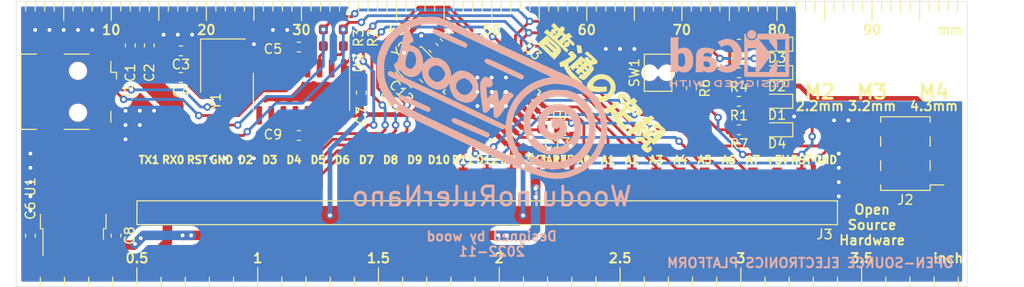
<source format=kicad_pcb>
(kicad_pcb (version 20171130) (host pcbnew "(5.1.6)-1")
  (layers (0 F.Cu signal) (31 B.Cu signal) (34 B.Paste user) (35 F.Paste user) (36 B.SilkS user) (37 F.SilkS user) (38 B.Mask user) (39 F.Mask user) (44 Edge.Cuts user))
  (net 0 "")
  (net 1 +5V)
  (net 2 GND)
  (net 3 "Net-(C3-Pad1)")
  (net 4 "Net-(C5-Pad1)")
  (net 5 +3V3)
  (net 6 "Net-(C9-Pad2)")
  (net 7 /RESET)
  (net 8 /AREF)
  (net 9 "Net-(D1-Pad2)")
  (net 10 "Net-(D2-Pad2)")
  (net 11 /D0_RX)
  (net 12 "Net-(D3-Pad2)")
  (net 13 /D1_TX)
  (net 14 "Net-(D4-Pad2)")
  (net 15 "Net-(J1-Pad3)")
  (net 16 "Net-(J1-Pad2)")
  (net 17 /D11_MOSI)
  (net 18 /D13_SCK)
  (net 19 /D12_MISO)
  (net 20 /A4)
  (net 21 /A5)
  (net 22 /A6)
  (net 23 /A7)
  (net 24 /A3)
  (net 25 /A2)
  (net 26 /A1)
  (net 27 /A0)
  (net 28 /D10)
  (net 29 /D9)
  (net 30 /D8)
  (net 31 /D7)
  (net 32 /D6)
  (net 33 /D5)
  (net 34 /D4)
  (net 35 /D3)
  (net 36 /D2)
  (net 37 "Net-(R2-Pad2)")
  (net 38 "Net-(R3-Pad2)")
  (net 39 "Net-(U3-Pad8)")
  (net 40 "Net-(U3-Pad7)")
  (net 41 "Net-(C4-Pad2)")
  (module Symbol:OSHW-Symbol_6.7x6mm_Copper (layer F.Cu) (at 196 143.5)
    (fp_text reference REF** hide)
    (fp_text value OSHW-Symbol_6.7x6mm_Copper hide)
    (fp_poly (pts (xy 0.555814 -2.531069) (xy 0.639635 -2.086445) (xy 0.94892 -1.958947) (xy 1.258206 -1.831449) (xy 1.629246 -2.083754) (xy 1.733157 -2.154004) (xy 1.827087 -2.216728) (xy 1.906652 -2.269062) (xy 1.96747 -2.308143) (xy 2.005157 -2.331107) (xy 2.015421 -2.336058) (xy 2.03391 -2.323324) (xy 2.07342 -2.288118) (xy 2.129522 -2.234938) (xy 2.197787 -2.168282) (xy 2.273786 -2.092646) (xy 2.353092 -2.012528) (xy 2.431275 -1.932426) (xy 2.503907 -1.856836) (xy 2.566559 -1.790255) (xy 2.614803 -1.737182) (xy 2.64421 -1.702113) (xy 2.651241 -1.690377) (xy 2.641123 -1.66874) (xy 2.612759 -1.621338) (xy 2.569129 -1.552807) (xy 2.513218 -1.467785) (xy 2.448006 -1.370907) (xy 2.410219 -1.31565) (xy 2.341343 -1.214752) (xy 2.28014 -1.123701) (xy 2.229578 -1.04703) (xy 2.192628 -0.989272) (xy 2.172258 -0.954957) (xy 2.169197 -0.947746) (xy 2.176136 -0.927252) (xy 2.195051 -0.879487) (xy 2.223087 -0.811168) (xy 2.257391 -0.729011) (xy 2.295109 -0.63973) (xy 2.333387 -0.550042) (xy 2.36937 -0.466662) (xy 2.400206 -0.396306) (xy 2.423039 -0.34569) (xy 2.435017 -0.321529) (xy 2.435724 -0.320578) (xy 2.454531 -0.315964) (xy 2.504618 -0.305672) (xy 2.580793 -0.290713) (xy 2.677865 -0.272099) (xy 2.790643 -0.250841) (xy 2.856442 -0.238582) (xy 2.97695 -0.215638) (xy 3.085797 -0.193805) (xy 3.177476 -0.174278) (xy 3.246481 -0.158252) (xy 3.287304 -0.146921) (xy 3.295511 -0.143326) (xy 3.303548 -0.118994) (xy 3.310033 -0.064041) (xy 3.31497 0.015108) (xy 3.318364 0.112026) (xy 3.320218 0.220287) (xy 3.320538 0.333465) (xy 3.319327 0.445135) (xy 3.31659 0.548868) (xy 3.312331 0.638241) (xy 3.306555 0.706826) (xy 3.299267 0.748197) (xy 3.294895 0.75681) (xy 3.268764 0.767133) (xy 3.213393 0.781892) (xy 3.136107 0.799352) (xy 3.04423 0.81778) (xy 3.012158 0.823741) (xy 2.857524 0.852066) (xy 2.735375 0.874876) (xy 2.641673 0.89308) (xy 2.572384 0.907583) (xy 2.523471 0.919292) (xy 2.490897 0.929115) (xy 2.470628 0.937956) (xy 2.458626 0.946724) (xy 2.456947 0.948457) (xy 2.440184 0.976371) (xy 2.414614 1.030695) (xy 2.382788 1.104777) (xy 2.34726 1.191965) (xy 2.310583 1.285608) (xy 2.275311 1.379052) (xy 2.243996 1.465647) (xy 2.219193 1.53874) (xy 2.203454 1.591678) (xy 2.199332 1.617811) (xy 2.199676 1.618726) (xy 2.213641 1.640086) (xy 2.245322 1.687084) (xy 2.291391 1.754827) (xy 2.348518 1.838423) (xy 2.413373 1.932982) (xy 2.431843 1.959854) (xy 2.497699 2.057275) (xy 2.55565 2.146163) (xy 2.602538 2.221412) (xy 2.635207 2.27792) (xy 2.6505 2.310581) (xy 2.651241 2.314593) (xy 2.638392 2.335684) (xy 2.602888 2.377464) (xy 2.549293 2.435445) (xy 2.482171 2.505135) (xy 2.406087 2.582045) (xy 2.325604 2.661683) (xy 2.245287 2.739561) (xy 2.169699 2.811186) (xy 2.103405 2.87207) (xy 2.050969 2.917721) (xy 2.016955 2.94365) (xy 2.007545 2.947883) (xy 1.985643 2.937912) (xy 1.9408 2.91102) (xy 1.880321 2.871736) (xy 1.833789 2.840117) (xy 1.749475 2.782098) (xy 1.649626 2.713784) (xy 1.549473 2.645579) (xy 1.495627 2.609075) (xy 1.313371 2.4858) (xy 1.160381 2.56852) (xy 1.090682 2.604759) (xy 1.031414 2.632926) (xy 0.991311 2.648991) (xy 0.981103 2.651226) (xy 0.968829 2.634722) (xy 0.944613 2.588082) (xy 0.910263 2.515609) (xy 0.867588 2.421606) (xy 0.818394 2.310374) (xy 0.76449 2.186215) (xy 0.707684 2.053432) (xy 0.649782 1.916327) (xy 0.592593 1.779202) (xy 0.537924 1.646358) (xy 0.487584 1.522098) (xy 0.44338 1.410725) (xy 0.407119 1.316539) (xy 0.380609 1.243844) (xy 0.365658 1.196941) (xy 0.363254 1.180833) (xy 0.382311 1.160286) (xy 0.424036 1.126933) (xy 0.479706 1.087702) (xy 0.484378 1.084599) (xy 0.628264 0.969423) (xy 0.744283 0.835053) (xy 0.83143 0.685784) (xy 0.888699 0.525913) (xy 0.915086 0.359737) (xy 0.909585 0.191552) (xy 0.87119 0.025655) (xy 0.798895 -0.133658) (xy 0.777626 -0.168513) (xy 0.666996 -0.309263) (xy 0.536302 -0.422286) (xy 0.390064 -0.506997) (xy 0.232808 -0.562806) (xy 0.069057 -0.589126) (xy -0.096667 -0.58537) (xy -0.259838 -0.55095) (xy -0.415935 -0.485277) (xy -0.560433 -0.387765) (xy -0.605131 -0.348187) (xy -0.718888 -0.224297) (xy -0.801782 -0.093876) (xy -0.858644 0.052315) (xy -0.890313 0.197088) (xy -0.898131 0.35986) (xy -0.872062 0.52344) (xy -0.814755 0.682298) (xy -0.728856 0.830906) (xy -0.617014 0.963735) (xy -0.481877 1.075256) (xy -0.464117 1.087011) (xy -0.40785 1.125508) (xy -0.365077 1.158863) (xy -0.344628 1.18016) (xy -0.344331 1.180833) (xy -0.348721 1.203871) (xy -0.366124 1.256157) (xy -0.394732 1.33339) (xy -0.432735 1.431268) (xy -0.478326 1.545491) (xy -0.529697 1.671758) (xy -0.585038 1.805767) (xy -0.642542 1.943218) (xy -0.700399 2.079808) (xy -0.756802 2.211237) (xy -0.809942 2.333205) (xy -0.85801 2.441409) (xy -0.899199 2.531549) (xy -0.931699 2.599323) (xy -0.953703 2.64043) (xy -0.962564 2.651226) (xy -0.98964 2.642819) (xy -1.040303 2.620272) (xy -1.105817 2.587613) (xy -1.141841 2.56852) (xy -1.294832 2.4858) (xy -1.477088 2.609075) (xy -1.570125 2.672228) (xy -1.671985 2.741727) (xy -1.767438 2.807165) (xy -1.81525 2.840117) (xy -1.882495 2.885273) (xy -1.939436 2.921057) (xy -1.978646 2.942938) (xy -1.991381 2.947563) (xy -2.009917 2.935085) (xy -2.050941 2.900252) (xy -2.110475 2.846678) (xy -2.184542 2.777983) (xy -2.269165 2.697781) (xy -2.322685 2.646286) (xy -2.416319 2.554286) (xy -2.497241 2.471999) (xy -2.562177 2.402945) (xy -2.607858 2.350644) (xy -2.631011 2.318616) (xy -2.633232 2.312116) (xy -2.622924 2.287394) (xy -2.594439 2.237405) (xy -2.550937 2.167212) (xy -2.495577 2.081875) (xy -2.43152 1.986456) (xy -2.413303 1.959854) (xy -2.346927 1.863167) (xy -2.287378 1.776117) (xy -2.237984 1.703595) (xy -2.202075 1.650493) (xy -2.182981 1.621703) (xy -2.181136 1.618726) (xy -2.183895 1.595782) (xy -2.198538 1.545336) (xy -2.222513 1.474041) (xy -2.253266 1.388547) (xy -2.288244 1.295507) (xy -2.324893 1.201574) (xy -2.360661 1.113399) (xy -2.392994 1.037634) (xy -2.419338 0.980931) (xy -2.437142 0.949943) (xy -2.438407 0.948457) (xy -2.449294 0.939601) (xy -2.467682 0.930843) (xy -2.497606 0.921277) (xy -2.543103 0.909996) (xy -2.608209 0.896093) (xy -2.696961 0.878663) (xy -2.813393 0.856798) (xy -2.961542 0.829591) (xy -2.993618 0.823741) (xy -3.088686 0.805374) (xy -3.171565 0.787405) (xy -3.23493 0.771569) (xy -3.271458 0.7596) (xy -3.276356 0.75681) (xy -3.284427 0.732072) (xy -3.290987 0.67679) (xy -3.296033 0.597389) (xy -3.299559 0.500296) (xy -3.301561 0.391938) (xy -3.302036 0.27874) (xy -3.300977 0.167128) (xy -3.298382 0.063529) (xy -3.294246 -0.025632) (xy -3.288563 -0.093928) (xy -3.281331 -0.134934) (xy -3.276971 -0.143326) (xy -3.252698 -0.151792) (xy -3.197426 -0.165565) (xy -3.116662 -0.18345) (xy -3.015912 -0.204252) (xy -2.900683 -0.226777) (xy -2.837902 -0.238582) (xy -2.718787 -0.260849) (xy -2.612565 -0.281021) (xy -2.524427 -0.298085) (xy -2.459566 -0.311031) (xy -2.423174 -0.318845) (xy -2.417184 -0.320578) (xy -2.407061 -0.34011) (xy -2.385662 -0.387157) (xy -2.355839 -0.454997) (xy -2.320445 -0.536909) (xy -2.282332 -0.626172) (xy -2.244353 -0.716065) (xy -2.20936 -0.799865) (xy -2.180206 -0.870853) (xy -2.159743 -0.922306) (xy -2.150823 -0.947503) (xy -2.150657 -0.948604) (xy -2.160769 -0.968481) (xy -2.189117 -1.014223) (xy -2.232723 -1.081283) (xy -2.288606 -1.165116) (xy -2.353787 -1.261174) (xy -2.391679 -1.31635) (xy -2.460725 -1.417519) (xy -2.52205 -1.50937) (xy -2.572663 -1.587256) (xy -2.609571 -1.646531) (xy -2.629782 -1.682549) (xy -2.632701 -1.690623) (xy -2.620153 -1.709416) (xy -2.585463 -1.749543) (xy -2.533063 -1.806507) (xy -2.467384 -1.875815) (xy -2.392856 -1.952969) (xy -2.313913 -2.033475) (xy -2.234983 -2.112837) (xy -2.1605 -2.18656) (xy -2.094894 -2.250148) (xy -2.042596 -2.299106) (xy -2.008039 -2.328939) (xy -1.996478 -2.336058) (xy -1.977654 -2.326047) (xy -1.932631 -2.297922) (xy -1.865787 -2.254546) (xy -1.781499 -2.198782) (xy -1.684144 -2.133494) (xy -1.610707 -2.083754) (xy -1.239667 -1.831449) (xy -0.621095 -2.086445) (xy -0.537275 -2.531069) (xy -0.453454 -2.975693) (xy 0.471994 -2.975693) (xy 0.555814 -2.531069)) (layer F.Cu) (width 0.01))
  )
  (module 0_kicad_wood:OSHW-Symbol_6.7x6mm_Mask (layer F.Cu) (at 196 143.5)
    (fp_text reference REF** hide)
    (fp_text value OSHW-Symbol_6.7x6mm_Mask hide)
  )
  (module 0_kicad_wood:logo_normal_zyougi_17_4_mm (layer F.Cu) (at 161.6 129 315)
    (fp_text reference G*** hide)
    (fp_text value LOGO hide)
  )
  (module 0_kicad_wood:logo_woodmark_25_18_mm (layer B.Cu) (at 150 130 180)
    (fp_text reference G*** hide)
    (fp_text value LOGO hide)
  )
  (module Symbol:KiCad-Logo2_5mm_SilkScreen (layer B.Cu) (at 175 126 180)
    (fp_text reference REF** hide)
    (fp_text value KiCad-Logo2_5mm_SilkScreen hide)
  )
  (module MountingHole:MountingHole_4.3mm_M4 (layer F.Cu) (at 196.5 126)
    (fp_text reference REF**)
    (fp_text value MountingHole_4.3mm_M4)
    (pad 1 np_thru_hole circle (at 0 0) (size 4.3 4.3) (drill 4.3) (layers *.Cu *.Mask))
  )
  (module MountingHole:MountingHole_3.2mm_M3 (layer F.Cu) (at 190 126)
    (fp_text reference REF**)
    (fp_text value MountingHole_3.2mm_M3)
    (pad 1 np_thru_hole circle (at 0 0) (size 3.2 3.2) (drill 3.2) (layers *.Cu *.Mask))
  )
  (module MountingHole:MountingHole_2.2mm_M2 (layer F.Cu) (at 184.5 126)
    (fp_text reference REF**)
    (fp_text value MountingHole_2.2mm_M2)
    (pad 1 np_thru_hole circle (at 0 0) (size 2.2 2.2) (drill 2.2) (layers *.Cu *.Mask))
  )
  (module 0_kicad_wood:PinHeader_1x29_P2.54mm_Horizontal_SMD_PSL-410256-29 (layer F.Cu) (at 185.09 138.57 180)
    (fp_text reference J3 (at 0.09 -5.93) (layer F.SilkS))
    (fp_text value Conn_01x29)
    (pad 29 smd rect (at 71.12 0 180) (size 1 2.2) (layers F.Cu F.Paste F.Mask) (net 13 /D1_TX))
    (pad 28 smd rect (at 68.58 0 180) (size 1 2.2) (layers F.Cu F.Paste F.Mask) (net 11 /D0_RX))
    (pad 27 smd rect (at 66.04 0 180) (size 1 2.2) (layers F.Cu F.Paste F.Mask) (net 7 /RESET))
    (pad 26 smd rect (at 63.5 0 180) (size 1 2.2) (layers F.Cu F.Paste F.Mask) (net 2 GND))
    (pad 25 smd rect (at 60.96 0 180) (size 1 2.2) (layers F.Cu F.Paste F.Mask) (net 36 /D2))
    (pad 24 smd rect (at 58.42 0 180) (size 1 2.2) (layers F.Cu F.Paste F.Mask) (net 35 /D3))
    (pad 23 smd rect (at 55.88 0 180) (size 1 2.2) (layers F.Cu F.Paste F.Mask) (net 34 /D4))
    (pad 22 smd rect (at 53.34 0 180) (size 1 2.2) (layers F.Cu F.Paste F.Mask) (net 33 /D5))
    (pad 21 smd rect (at 50.8 0 180) (size 1 2.2) (layers F.Cu F.Paste F.Mask) (net 32 /D6))
    (pad 20 smd rect (at 48.26 0 180) (size 1 2.2) (layers F.Cu F.Paste F.Mask) (net 31 /D7))
    (pad 19 smd rect (at 45.72 0 180) (size 1 2.2) (layers F.Cu F.Paste F.Mask) (net 30 /D8))
    (pad 18 smd rect (at 43.18 0 180) (size 1 2.2) (layers F.Cu F.Paste F.Mask) (net 29 /D9))
    (pad 17 smd rect (at 40.64 0 180) (size 1 2.2) (layers F.Cu F.Paste F.Mask) (net 28 /D10))
    (pad 16 smd rect (at 38.1 0 180) (size 1 2.2) (layers F.Cu F.Paste F.Mask) (net 17 /D11_MOSI))
    (pad 15 smd rect (at 35.56 0 180) (size 1 2.2) (layers F.Cu F.Paste F.Mask) (net 19 /D12_MISO))
    (pad 14 smd rect (at 33.02 0 180) (size 1 2.2) (layers F.Cu F.Paste F.Mask) (net 18 /D13_SCK))
    (pad 13 smd rect (at 30.48 0 180) (size 1 2.2) (layers F.Cu F.Paste F.Mask) (net 5 +3V3))
    (pad 12 smd rect (at 27.94 0 180) (size 1 2.2) (layers F.Cu F.Paste F.Mask) (net 8 /AREF))
    (pad 11 smd rect (at 25.4 0 180) (size 1 2.2) (layers F.Cu F.Paste F.Mask) (net 27 /A0))
    (pad 10 smd rect (at 22.86 0 180) (size 1 2.2) (layers F.Cu F.Paste F.Mask) (net 26 /A1))
    (pad 9 smd rect (at 20.32 0 180) (size 1 2.2) (layers F.Cu F.Paste F.Mask) (net 25 /A2))
    (pad 8 smd rect (at 17.78 0 180) (size 1 2.2) (layers F.Cu F.Paste F.Mask) (net 24 /A3))
    (pad 7 smd rect (at 15.24 0 180) (size 1 2.2) (layers F.Cu F.Paste F.Mask) (net 20 /A4))
    (pad 6 smd rect (at 12.7 0 180) (size 1 2.2) (layers F.Cu F.Paste F.Mask) (net 21 /A5))
    (pad 5 smd rect (at 10.16 0 180) (size 1 2.2) (layers F.Cu F.Paste F.Mask) (net 22 /A6))
    (pad 4 smd rect (at 7.62 0 180) (size 1 2.2) (layers F.Cu F.Paste F.Mask) (net 23 /A7))
    (pad 3 smd rect (at 5.08 0 180) (size 1 2.2) (layers F.Cu F.Paste F.Mask) (net 1 +5V))
    (pad 2 smd rect (at 2.54 0 180) (size 1 2.2) (layers F.Cu F.Paste F.Mask) (net 7 /RESET))
    (pad 1 smd rect (at 0 0 180) (size 1 2.2) (layers F.Cu F.Paste F.Mask) (net 2 GND))
  )
  (module Crystal:Crystal_SMD_SeikoEpson_FA238V-4Pin_3.2x2.5mm_HandSoldering (layer F.Cu) (at 121.75 126.75 270)
    (fp_text reference Y1 (at 3.75 0.75 90) (layer F.SilkS))
    (fp_text value Crystal_GND24)
    (pad 4 smd rect (at -1.55 -1.25 270) (size 2.1 1.8) (layers F.Cu F.Paste F.Mask) (net 2 GND))
    (pad 3 smd rect (at 1.55 -1.25 270) (size 2.1 1.8) (layers F.Cu F.Paste F.Mask) (net 41 "Net-(C4-Pad2)"))
    (pad 2 smd rect (at 1.55 1.25 270) (size 2.1 1.8) (layers F.Cu F.Paste F.Mask) (net 2 GND))
    (pad 1 smd rect (at -1.55 1.25 270) (size 2.1 1.8) (layers F.Cu F.Paste F.Mask) (net 3 "Net-(C3-Pad1)"))
  )
  (module Crystal:Resonator_SMD_muRata_CSTxExxV-3Pin_3.0x1.1mm_HandSoldering (layer F.Cu) (at 142.151472 126.848528 45)
    (fp_text reference Y2 (at 0 -2.45 45) (layer F.SilkS))
    (fp_text value Resonator)
    (pad 3 smd rect (at 1.2 0 45) (size 0.4 3.2) (layers F.Cu F.Paste F.Mask) (net 40 "Net-(U3-Pad7)"))
    (pad 2 smd rect (at 0 0 45) (size 0.4 3.2) (layers F.Cu F.Paste F.Mask) (net 2 GND))
    (pad 1 smd rect (at -1.2 0 45) (size 0.4 3.2) (layers F.Cu F.Paste F.Mask) (net 39 "Net-(U3-Pad8)"))
  )
  (module Package_QFP:TQFP-32_7x7mm_P0.8mm (layer F.Cu) (at 150 129.5 315)
    (fp_text reference U3 (at 0 -6.05 135) (layer F.SilkS))
    (fp_text value ATmega328P-AU)
    (pad 1 smd rect (at -4.25 -2.8 315) (size 1.6 0.55) (layers F.Cu F.Paste F.Mask) (net 35 /D3))
    (pad 2 smd rect (at -4.25 -2 315) (size 1.6 0.55) (layers F.Cu F.Paste F.Mask) (net 34 /D4))
    (pad 3 smd rect (at -4.25 -1.2 315) (size 1.6 0.55) (layers F.Cu F.Paste F.Mask) (net 2 GND))
    (pad 4 smd rect (at -4.25 -0.4 315) (size 1.6 0.55) (layers F.Cu F.Paste F.Mask) (net 1 +5V))
    (pad 5 smd rect (at -4.25 0.4 315) (size 1.6 0.55) (layers F.Cu F.Paste F.Mask) (net 2 GND))
    (pad 6 smd rect (at -4.25 1.2 315) (size 1.6 0.55) (layers F.Cu F.Paste F.Mask) (net 1 +5V))
    (pad 7 smd rect (at -4.25 2 315) (size 1.6 0.55) (layers F.Cu F.Paste F.Mask) (net 40 "Net-(U3-Pad7)"))
    (pad 8 smd rect (at -4.25 2.8 315) (size 1.6 0.55) (layers F.Cu F.Paste F.Mask) (net 39 "Net-(U3-Pad8)"))
    (pad 9 smd rect (at -2.8 4.25 45) (size 1.6 0.55) (layers F.Cu F.Paste F.Mask) (net 33 /D5))
    (pad 10 smd rect (at -2 4.25 45) (size 1.6 0.55) (layers F.Cu F.Paste F.Mask) (net 32 /D6))
    (pad 11 smd rect (at -1.2 4.25 45) (size 1.6 0.55) (layers F.Cu F.Paste F.Mask) (net 31 /D7))
    (pad 12 smd rect (at -0.4 4.25 45) (size 1.6 0.55) (layers F.Cu F.Paste F.Mask) (net 30 /D8))
    (pad 13 smd rect (at 0.4 4.25 45) (size 1.6 0.55) (layers F.Cu F.Paste F.Mask) (net 29 /D9))
    (pad 14 smd rect (at 1.2 4.25 45) (size 1.6 0.55) (layers F.Cu F.Paste F.Mask) (net 28 /D10))
    (pad 15 smd rect (at 2 4.25 45) (size 1.6 0.55) (layers F.Cu F.Paste F.Mask) (net 17 /D11_MOSI))
    (pad 16 smd rect (at 2.8 4.25 45) (size 1.6 0.55) (layers F.Cu F.Paste F.Mask) (net 19 /D12_MISO))
    (pad 17 smd rect (at 4.25 2.8 315) (size 1.6 0.55) (layers F.Cu F.Paste F.Mask) (net 18 /D13_SCK))
    (pad 18 smd rect (at 4.25 2 315) (size 1.6 0.55) (layers F.Cu F.Paste F.Mask) (net 1 +5V))
    (pad 19 smd rect (at 4.25 1.2 315) (size 1.6 0.55) (layers F.Cu F.Paste F.Mask) (net 22 /A6))
    (pad 20 smd rect (at 4.25 0.4 315) (size 1.6 0.55) (layers F.Cu F.Paste F.Mask) (net 8 /AREF))
    (pad 21 smd rect (at 4.25 -0.4 315) (size 1.6 0.55) (layers F.Cu F.Paste F.Mask) (net 2 GND))
    (pad 22 smd rect (at 4.25 -1.2 315) (size 1.6 0.55) (layers F.Cu F.Paste F.Mask) (net 23 /A7))
    (pad 23 smd rect (at 4.25 -2 315) (size 1.6 0.55) (layers F.Cu F.Paste F.Mask) (net 27 /A0))
    (pad 24 smd rect (at 4.25 -2.8 315) (size 1.6 0.55) (layers F.Cu F.Paste F.Mask) (net 26 /A1))
    (pad 25 smd rect (at 2.8 -4.25 45) (size 1.6 0.55) (layers F.Cu F.Paste F.Mask) (net 25 /A2))
    (pad 26 smd rect (at 2 -4.25 45) (size 1.6 0.55) (layers F.Cu F.Paste F.Mask) (net 24 /A3))
    (pad 27 smd rect (at 1.2 -4.25 45) (size 1.6 0.55) (layers F.Cu F.Paste F.Mask) (net 20 /A4))
    (pad 28 smd rect (at 0.4 -4.25 45) (size 1.6 0.55) (layers F.Cu F.Paste F.Mask) (net 21 /A5))
    (pad 29 smd rect (at -0.4 -4.25 45) (size 1.6 0.55) (layers F.Cu F.Paste F.Mask) (net 7 /RESET))
    (pad 30 smd rect (at -1.2 -4.25 45) (size 1.6 0.55) (layers F.Cu F.Paste F.Mask) (net 11 /D0_RX))
    (pad 31 smd rect (at -2 -4.25 45) (size 1.6 0.55) (layers F.Cu F.Paste F.Mask) (net 13 /D1_TX))
    (pad 32 smd rect (at -2.8 -4.25 45) (size 1.6 0.55) (layers F.Cu F.Paste F.Mask) (net 36 /D2))
  )
  (module Package_SO:SOIC-16_3.9x9.9mm_P1.27mm (layer F.Cu) (at 130 129.5 270)
    (fp_text reference U2 (at -3 -6 90) (layer F.SilkS))
    (fp_text value CH340G)
    (pad 16 smd roundrect (at 2.475 -4.445 270) (size 1.95 0.6) (layers F.Cu F.Paste F.Mask) (net 1 +5V))
    (pad 15 smd roundrect (at 2.475 -3.175 270) (size 1.95 0.6) (layers F.Cu F.Paste F.Mask))
    (pad 14 smd roundrect (at 2.475 -1.905 270) (size 1.95 0.6) (layers F.Cu F.Paste F.Mask))
    (pad 13 smd roundrect (at 2.475 -0.635 270) (size 1.95 0.6) (layers F.Cu F.Paste F.Mask) (net 6 "Net-(C9-Pad2)"))
    (pad 12 smd roundrect (at 2.475 0.635 270) (size 1.95 0.6) (layers F.Cu F.Paste F.Mask))
    (pad 11 smd roundrect (at 2.475 1.905 270) (size 1.95 0.6) (layers F.Cu F.Paste F.Mask))
    (pad 10 smd roundrect (at 2.475 3.175 270) (size 1.95 0.6) (layers F.Cu F.Paste F.Mask))
    (pad 9 smd roundrect (at 2.475 4.445 270) (size 1.95 0.6) (layers F.Cu F.Paste F.Mask))
    (pad 8 smd roundrect (at -2.475 4.445 270) (size 1.95 0.6) (layers F.Cu F.Paste F.Mask) (net 41 "Net-(C4-Pad2)"))
    (pad 7 smd roundrect (at -2.475 3.175 270) (size 1.95 0.6) (layers F.Cu F.Paste F.Mask) (net 3 "Net-(C3-Pad1)"))
    (pad 6 smd roundrect (at -2.475 1.905 270) (size 1.95 0.6) (layers F.Cu F.Paste F.Mask) (net 16 "Net-(J1-Pad2)"))
    (pad 5 smd roundrect (at -2.475 0.635 270) (size 1.95 0.6) (layers F.Cu F.Paste F.Mask) (net 15 "Net-(J1-Pad3)"))
    (pad 4 smd roundrect (at -2.475 -0.635 270) (size 1.95 0.6) (layers F.Cu F.Paste F.Mask) (net 4 "Net-(C5-Pad1)"))
    (pad 3 smd roundrect (at -2.475 -1.905 270) (size 1.95 0.6) (layers F.Cu F.Paste F.Mask) (net 38 "Net-(R3-Pad2)"))
    (pad 2 smd roundrect (at -2.475 -3.175 270) (size 1.95 0.6) (layers F.Cu F.Paste F.Mask) (net 37 "Net-(R2-Pad2)"))
    (pad 1 smd roundrect (at -2.475 -4.445 270) (size 1.95 0.6) (layers F.Cu F.Paste F.Mask) (net 2 GND))
  )
  (module Package_TO_SOT_SMD:TO-252-2 (layer F.Cu) (at 106 141.425 90)
    (fp_text reference U1 (at 1.925 -4.5 90) (layer F.SilkS))
    (fp_text value NJM2845DL1-33)
    (pad 1 smd rect (at -4.2 -2.28 90) (size 2.2 1.2) (layers F.Cu F.Paste F.Mask) (net 1 +5V))
    (pad 3 smd rect (at -4.2 2.28 90) (size 2.2 1.2) (layers F.Cu F.Paste F.Mask) (net 5 +3V3))
    (pad 2 smd rect (at 2.1 0 90) (size 6.4 5.8) (layers F.Cu F.Mask) (net 2 GND))
  )
  (module 0_kicad_wood:SW_TVAF06-A020B-R (layer F.Cu) (at 167.5 127.5 270)
    (fp_text reference SW1 (at 0 2.5 90) (layer F.SilkS))
    (fp_text value SW_Push)
    (pad 1 smd rect (at -2.75 0 270) (size 1.05 1.6) (layers F.Cu F.Paste F.Mask) (net 2 GND))
    (pad 2 smd rect (at 2.75 0 270) (size 1.05 1.6) (layers F.Cu F.Paste F.Mask) (net 7 /RESET))
    (pad "" np_thru_hole circle (at 0 0.9 270) (size 0.75 0.75) (drill 0.75) (layers *.Cu *.Mask))
    (pad "" np_thru_hole circle (at 0 -0.9 270) (size 0.75 0.75) (drill 0.75) (layers *.Cu *.Mask))
  )
  (module Resistor_SMD:R_0603_1608Metric_Pad1.05x0.95mm_HandSolder (layer F.Cu) (at 176 133.5)
    (fp_text reference R7 (at 0 1.5) (layer F.SilkS))
    (fp_text value 1k)
    (pad 2 smd roundrect (at 0.875 0) (size 1.05 0.95) (layers F.Cu F.Paste F.Mask) (net 14 "Net-(D4-Pad2)"))
    (pad 1 smd roundrect (at -0.875 0) (size 1.05 0.95) (layers F.Cu F.Paste F.Mask) (net 18 /D13_SCK))
  )
  (module Resistor_SMD:R_0603_1608Metric_Pad1.05x0.95mm_HandSolder (layer F.Cu) (at 171 129.125 270)
    (fp_text reference R6 (at 0 -1.43 90) (layer F.SilkS))
    (fp_text value 10k)
    (pad 1 smd roundrect (at -0.875 0 270) (size 1.05 0.95) (layers F.Cu F.Paste F.Mask) (net 1 +5V))
    (pad 2 smd roundrect (at 0.875 0 270) (size 1.05 0.95) (layers F.Cu F.Paste F.Mask) (net 7 /RESET))
  )
  (module Resistor_SMD:R_0603_1608Metric_Pad1.05x0.95mm_HandSolder (layer F.Cu) (at 176 124.5)
    (fp_text reference R5 (at 0 1.5) (layer F.SilkS))
    (fp_text value 4.7k)
    (pad 2 smd roundrect (at 0.875 0) (size 1.05 0.95) (layers F.Cu F.Paste F.Mask) (net 12 "Net-(D3-Pad2)"))
    (pad 1 smd roundrect (at -0.875 0) (size 1.05 0.95) (layers F.Cu F.Paste F.Mask) (net 1 +5V))
  )
  (module Resistor_SMD:R_0603_1608Metric_Pad1.05x0.95mm_HandSolder (layer F.Cu) (at 176 127.5)
    (fp_text reference R4 (at 0 1.5) (layer F.SilkS))
    (fp_text value 4.7k)
    (pad 2 smd roundrect (at 0.875 0) (size 1.05 0.95) (layers F.Cu F.Paste F.Mask) (net 10 "Net-(D2-Pad2)"))
    (pad 1 smd roundrect (at -0.875 0) (size 1.05 0.95) (layers F.Cu F.Paste F.Mask) (net 1 +5V))
  )
  (module Resistor_SMD:R_0603_1608Metric_Pad1.05x0.95mm_HandSolder (layer F.Cu) (at 132.3 123.825 270)
    (fp_text reference R3 (at 0 -3.7 90) (layer F.SilkS))
    (fp_text value 1k)
    (pad 2 smd roundrect (at 0.875 0 270) (size 1.05 0.95) (layers F.Cu F.Paste F.Mask) (net 38 "Net-(R3-Pad2)"))
    (pad 1 smd roundrect (at -0.875 0 270) (size 1.05 0.95) (layers F.Cu F.Paste F.Mask) (net 13 /D1_TX))
  )
  (module Resistor_SMD:R_0603_1608Metric_Pad1.05x0.95mm_HandSolder (layer F.Cu) (at 134.4 123.825 270)
    (fp_text reference R2 (at 0 -3.1 90) (layer F.SilkS))
    (fp_text value 1k)
    (pad 2 smd roundrect (at 0.875 0 270) (size 1.05 0.95) (layers F.Cu F.Paste F.Mask) (net 37 "Net-(R2-Pad2)"))
    (pad 1 smd roundrect (at -0.875 0 270) (size 1.05 0.95) (layers F.Cu F.Paste F.Mask) (net 11 /D0_RX))
  )
  (module Resistor_SMD:R_0603_1608Metric_Pad1.05x0.95mm_HandSolder (layer F.Cu) (at 176 130.5)
    (fp_text reference R1 (at 0 1.5) (layer F.SilkS))
    (fp_text value 1k)
    (pad 2 smd roundrect (at 0.875 0) (size 1.05 0.95) (layers F.Cu F.Paste F.Mask) (net 9 "Net-(D1-Pad2)"))
    (pad 1 smd roundrect (at -0.875 0) (size 1.05 0.95) (layers F.Cu F.Paste F.Mask) (net 1 +5V))
  )
  (module Connector_PinHeader_2.54mm:PinHeader_2x03_P2.54mm_Vertical_SMD (layer F.Cu) (at 193.5 136 180)
    (fp_text reference J2 (at 0 -4.87) (layer F.SilkS))
    (fp_text value Conn_02x03_Odd_Even)
    (pad 6 smd rect (at 2.525 2.54 180) (size 3.15 1) (layers F.Cu F.Paste F.Mask) (net 2 GND))
    (pad 5 smd rect (at -2.525 2.54 180) (size 3.15 1) (layers F.Cu F.Paste F.Mask) (net 7 /RESET))
    (pad 4 smd rect (at 2.525 0 180) (size 3.15 1) (layers F.Cu F.Paste F.Mask) (net 17 /D11_MOSI))
    (pad 3 smd rect (at -2.525 0 180) (size 3.15 1) (layers F.Cu F.Paste F.Mask) (net 18 /D13_SCK))
    (pad 2 smd rect (at 2.525 -2.54 180) (size 3.15 1) (layers F.Cu F.Paste F.Mask) (net 1 +5V))
    (pad 1 smd rect (at -2.525 -2.54 180) (size 3.15 1) (layers F.Cu F.Paste F.Mask) (net 19 /D12_MISO))
  )
  (module Connector_USB:USB_Mini-B_Wuerth_65100516121_Horizontal (layer F.Cu) (at 106.5 129.5 270)
    (fp_text reference J1 (at 0 -5.25 90) (layer F.SilkS))
    (fp_text value USB_B_Mini)
    (pad 6 smd rect (at -4.4 2.9 270) (size 2 2.5) (layers F.Cu F.Paste F.Mask) (net 2 GND))
    (pad 6 smd rect (at 4.4 2.9 270) (size 2 2.5) (layers F.Cu F.Paste F.Mask) (net 2 GND))
    (pad 6 smd rect (at -4.4 -2.6 270) (size 2 2.5) (layers F.Cu F.Paste F.Mask) (net 2 GND))
    (pad 6 smd rect (at 4.4 -2.6 270) (size 2 2.5) (layers F.Cu F.Paste F.Mask) (net 2 GND))
    (pad 1 smd rect (at -1.6 -2.6 270) (size 0.5 2.5) (layers F.Cu F.Paste F.Mask) (net 1 +5V))
    (pad 2 smd rect (at -0.8 -2.6 270) (size 0.5 2.5) (layers F.Cu F.Paste F.Mask) (net 16 "Net-(J1-Pad2)"))
    (pad 3 smd rect (at 0 -2.6 270) (size 0.5 2.5) (layers F.Cu F.Paste F.Mask) (net 15 "Net-(J1-Pad3)"))
    (pad 4 smd rect (at 0.8 -2.6 270) (size 0.5 2.5) (layers F.Cu F.Paste F.Mask))
    (pad 5 smd rect (at 1.6 -2.6 270) (size 0.5 2.5) (layers F.Cu F.Paste F.Mask) (net 2 GND))
    (pad "" np_thru_hole circle (at -2.2 0 270) (size 0.9 0.9) (drill 0.9) (layers *.Cu *.Mask))
    (pad "" np_thru_hole circle (at 2.2 0 270) (size 0.9 0.9) (drill 0.9) (layers *.Cu *.Mask))
  )
  (module LED_SMD:LED_0603_1608Metric_Pad1.05x0.95mm_HandSolder (layer F.Cu) (at 180 133.5 180)
    (fp_text reference D4 (at 0 -1.43) (layer F.SilkS))
    (fp_text value LED)
    (pad 2 smd roundrect (at 0.875 0 180) (size 1.05 0.95) (layers F.Cu F.Paste F.Mask) (net 14 "Net-(D4-Pad2)"))
    (pad 1 smd roundrect (at -0.875 0 180) (size 1.05 0.95) (layers F.Cu F.Paste F.Mask) (net 2 GND))
  )
  (module LED_SMD:LED_0603_1608Metric_Pad1.05x0.95mm_HandSolder (layer F.Cu) (at 180 124.5 180)
    (fp_text reference D3 (at 0 -1.43) (layer F.SilkS))
    (fp_text value LED)
    (pad 2 smd roundrect (at 0.875 0 180) (size 1.05 0.95) (layers F.Cu F.Paste F.Mask) (net 12 "Net-(D3-Pad2)"))
    (pad 1 smd roundrect (at -0.875 0 180) (size 1.05 0.95) (layers F.Cu F.Paste F.Mask) (net 13 /D1_TX))
  )
  (module LED_SMD:LED_0603_1608Metric_Pad1.05x0.95mm_HandSolder (layer F.Cu) (at 180 127.5 180)
    (fp_text reference D2 (at 0 -1.43) (layer F.SilkS))
    (fp_text value LED)
    (pad 2 smd roundrect (at 0.875 0 180) (size 1.05 0.95) (layers F.Cu F.Paste F.Mask) (net 10 "Net-(D2-Pad2)"))
    (pad 1 smd roundrect (at -0.875 0 180) (size 1.05 0.95) (layers F.Cu F.Paste F.Mask) (net 11 /D0_RX))
  )
  (module LED_SMD:LED_0603_1608Metric_Pad1.05x0.95mm_HandSolder (layer F.Cu) (at 180 130.5 180)
    (fp_text reference D1 (at 0 -1.43) (layer F.SilkS))
    (fp_text value LED)
    (pad 2 smd roundrect (at 0.875 0 180) (size 1.05 0.95) (layers F.Cu F.Paste F.Mask) (net 9 "Net-(D1-Pad2)"))
    (pad 1 smd roundrect (at -0.875 0 180) (size 1.05 0.95) (layers F.Cu F.Paste F.Mask) (net 2 GND))
  )
  (module Capacitor_SMD:C_0603_1608Metric_Pad1.05x0.95mm_HandSolder (layer F.Cu) (at 154.175 135.5 180)
    (fp_text reference C13 (at -2.725 0.6) (layer F.SilkS))
    (fp_text value 0.1u)
    (pad 2 smd roundrect (at 0.875 0 180) (size 1.05 0.95) (layers F.Cu F.Paste F.Mask) (net 1 +5V))
    (pad 1 smd roundrect (at -0.875 0 180) (size 1.05 0.95) (layers F.Cu F.Paste F.Mask) (net 2 GND))
  )
  (module Capacitor_SMD:C_0603_1608Metric_Pad1.05x0.95mm_HandSolder (layer F.Cu) (at 145.081282 123.681282 135)
    (fp_text reference C12 (at -0.874999 -7.353911 135) (layer F.SilkS))
    (fp_text value 0.1u)
    (pad 1 smd roundrect (at -0.875 0 135) (size 1.05 0.95) (layers F.Cu F.Paste F.Mask) (net 1 +5V))
    (pad 2 smd roundrect (at 0.875 0 135) (size 1.05 0.95) (layers F.Cu F.Paste F.Mask) (net 2 GND))
  )
  (module Capacitor_SMD:C_0603_1608Metric_Pad1.05x0.95mm_HandSolder (layer F.Cu) (at 143.881282 124.881282 135)
    (fp_text reference C11 (at -0.874999 -7.071068 135) (layer F.SilkS))
    (fp_text value 0.1u)
    (pad 1 smd roundrect (at -0.875 0 135) (size 1.05 0.95) (layers F.Cu F.Paste F.Mask) (net 1 +5V))
    (pad 2 smd roundrect (at 0.875 0 135) (size 1.05 0.95) (layers F.Cu F.Paste F.Mask) (net 2 GND))
  )
  (module Capacitor_SMD:C_0603_1608Metric_Pad1.05x0.95mm_HandSolder (layer F.Cu) (at 156.2 133.4)
    (fp_text reference C10 (at 0.3 -1.4) (layer F.SilkS))
    (fp_text value 0.1u)
    (pad 2 smd roundrect (at 0.875 0) (size 1.05 0.95) (layers F.Cu F.Paste F.Mask) (net 2 GND))
    (pad 1 smd roundrect (at -0.875 0) (size 1.05 0.95) (layers F.Cu F.Paste F.Mask) (net 8 /AREF))
  )
  (module Capacitor_SMD:C_0603_1608Metric_Pad1.05x0.95mm_HandSolder (layer F.Cu) (at 129.725 134.1)
    (fp_text reference C9 (at -2.725 -0.1) (layer F.SilkS))
    (fp_text value 0.1u)
    (pad 1 smd roundrect (at -0.875 0) (size 1.05 0.95) (layers F.Cu F.Paste F.Mask) (net 7 /RESET))
    (pad 2 smd roundrect (at 0.875 0) (size 1.05 0.95) (layers F.Cu F.Paste F.Mask) (net 6 "Net-(C9-Pad2)"))
  )
  (module Capacitor_SMD:C_0603_1608Metric_Pad1.05x0.95mm_HandSolder (layer F.Cu) (at 110.5 144.625 270)
    (fp_text reference C8 (at 0 -1.43 90) (layer F.SilkS))
    (fp_text value 10u)
    (pad 2 smd roundrect (at 0.875 0 270) (size 1.05 0.95) (layers F.Cu F.Paste F.Mask) (net 5 +3V3))
    (pad 1 smd roundrect (at -0.875 0 270) (size 1.05 0.95) (layers F.Cu F.Paste F.Mask) (net 2 GND))
  )
  (module Capacitor_SMD:C_0603_1608Metric_Pad1.05x0.95mm_HandSolder (layer F.Cu) (at 136.3 129.6 90)
    (fp_text reference C7 (at -2.4 0 90) (layer F.SilkS))
    (fp_text value 0.1u)
    (pad 2 smd roundrect (at 0.875 0 90) (size 1.05 0.95) (layers F.Cu F.Paste F.Mask) (net 2 GND))
    (pad 1 smd roundrect (at -0.875 0 90) (size 1.05 0.95) (layers F.Cu F.Paste F.Mask) (net 1 +5V))
  )
  (module Capacitor_SMD:C_0603_1608Metric_Pad1.05x0.95mm_HandSolder (layer F.Cu) (at 101.5 144.625 270)
    (fp_text reference C6 (at -2.625 0 90) (layer F.SilkS))
    (fp_text value 0.1u)
    (pad 2 smd roundrect (at 0.875 0 270) (size 1.05 0.95) (layers F.Cu F.Paste F.Mask) (net 1 +5V))
    (pad 1 smd roundrect (at -0.875 0 270) (size 1.05 0.95) (layers F.Cu F.Paste F.Mask) (net 2 GND))
  )
  (module Capacitor_SMD:C_0603_1608Metric_Pad1.05x0.95mm_HandSolder (layer F.Cu) (at 129.725 124.8 180)
    (fp_text reference C5 (at 2.725 -0.2) (layer F.SilkS))
    (fp_text value 0.1u)
    (pad 2 smd roundrect (at 0.875 0 180) (size 1.05 0.95) (layers F.Cu F.Paste F.Mask) (net 2 GND))
    (pad 1 smd roundrect (at -0.875 0 180) (size 1.05 0.95) (layers F.Cu F.Paste F.Mask) (net 4 "Net-(C5-Pad1)"))
  )
  (module Capacitor_SMD:C_0603_1608Metric_Pad1.05x0.95mm_HandSolder (layer F.Cu) (at 117.325 128)
    (fp_text reference C4 (at 0 1.5) (layer F.SilkS))
    (fp_text value 10p)
    (pad 1 smd roundrect (at -0.875 0) (size 1.05 0.95) (layers F.Cu F.Paste F.Mask) (net 2 GND))
    (pad 2 smd roundrect (at 0.875 0) (size 1.05 0.95) (layers F.Cu F.Paste F.Mask) (net 41 "Net-(C4-Pad2)"))
  )
  (module Capacitor_SMD:C_0603_1608Metric_Pad1.05x0.95mm_HandSolder (layer F.Cu) (at 117.325 125.2 180)
    (fp_text reference C3 (at 0 -1.43) (layer F.SilkS))
    (fp_text value 10p)
    (pad 2 smd roundrect (at 0.875 0 180) (size 1.05 0.95) (layers F.Cu F.Paste F.Mask) (net 2 GND))
    (pad 1 smd roundrect (at -0.875 0 180) (size 1.05 0.95) (layers F.Cu F.Paste F.Mask) (net 3 "Net-(C3-Pad1)"))
  )
  (module Capacitor_SMD:C_0603_1608Metric_Pad1.05x0.95mm_HandSolder (layer F.Cu) (at 114 124.625 270)
    (fp_text reference C2 (at 2.875 0 90) (layer F.SilkS))
    (fp_text value 0.1u)
    (pad 1 smd roundrect (at -0.875 0 270) (size 1.05 0.95) (layers F.Cu F.Paste F.Mask) (net 2 GND))
    (pad 2 smd roundrect (at 0.875 0 270) (size 1.05 0.95) (layers F.Cu F.Paste F.Mask) (net 1 +5V))
  )
  (module Capacitor_SMD:C_0603_1608Metric_Pad1.05x0.95mm_HandSolder (layer F.Cu) (at 112 124.625 270)
    (fp_text reference C1 (at 2.875 0 90) (layer F.SilkS))
    (fp_text value 10u)
    (pad 2 smd roundrect (at 0.875 0 270) (size 1.05 0.95) (layers F.Cu F.Paste F.Mask) (net 1 +5V))
    (pad 1 smd roundrect (at -0.875 0 270) (size 1.05 0.95) (layers F.Cu F.Paste F.Mask) (net 2 GND))
  )
  (gr_text "Open\nSource\nHardware" (at 190 143.5) (layer F.SilkS) (effects (font (size 1 1) (thickness 0.2))))
  (gr_text "OPEN-SOURCE ELECTRONICS PLATFORM" (at 183.5 147.5) (layer B.SilkS) (effects (font (size 1 1) (thickness 0.2)) (justify mirror)))
  (gr_text A1 (at 162.23 136.665) (layer F.SilkS) (effects (font (size 0.8 0.8) (thickness 0.2))))
  (gr_text GND (at 185.09 136.665) (layer F.SilkS) (effects (font (size 0.8 0.8) (thickness 0.2))))
  (gr_text RST (at 182.55 136.665) (layer F.SilkS) (effects (font (size 0.8 0.8) (thickness 0.2))))
  (gr_text +5V (at 180.01 136.665) (layer F.SilkS) (effects (font (size 0.8 0.8) (thickness 0.2))))
  (gr_text A7 (at 177.47 136.665) (layer F.SilkS) (effects (font (size 0.8 0.8) (thickness 0.2))))
  (gr_text A6 (at 174.93 136.665) (layer F.SilkS) (effects (font (size 0.8 0.8) (thickness 0.2))))
  (gr_text A5 (at 172.39 136.665) (layer F.SilkS) (effects (font (size 0.8 0.8) (thickness 0.2))))
  (gr_text A4 (at 169.85 136.665) (layer F.SilkS) (effects (font (size 0.8 0.8) (thickness 0.2))))
  (gr_text A3 (at 167.31 136.665) (layer F.SilkS) (effects (font (size 0.8 0.8) (thickness 0.2))))
  (gr_text A2 (at 164.77 136.665) (layer F.SilkS) (effects (font (size 0.8 0.8) (thickness 0.2))))
  (gr_text A0 (at 159.69 136.665) (layer F.SilkS) (effects (font (size 0.8 0.8) (thickness 0.2))))
  (gr_text AREF (at 157.15 136.665) (layer F.SilkS) (effects (font (size 0.8 0.8) (thickness 0.2))))
  (gr_text 3V3 (at 154.61 136.665) (layer F.SilkS) (effects (font (size 0.8 0.8) (thickness 0.2))))
  (gr_text D13 (at 152.07 136.665) (layer F.SilkS) (effects (font (size 0.8 0.8) (thickness 0.2))))
  (gr_text D12 (at 149.53 136.665) (layer F.SilkS) (effects (font (size 0.8 0.8) (thickness 0.2))))
  (gr_text D11 (at 146.99 136.665) (layer F.SilkS) (effects (font (size 0.8 0.8) (thickness 0.2))))
  (gr_text D10 (at 144.45 136.665) (layer F.SilkS) (effects (font (size 0.8 0.8) (thickness 0.2))))
  (gr_text D9 (at 141.91 136.665) (layer F.SilkS) (effects (font (size 0.8 0.8) (thickness 0.2))))
  (gr_text D8 (at 139.37 136.665) (layer F.SilkS) (effects (font (size 0.8 0.8) (thickness 0.2))))
  (gr_text D7 (at 136.83 136.665) (layer F.SilkS) (effects (font (size 0.8 0.8) (thickness 0.2))))
  (gr_text D6 (at 134.29 136.665) (layer F.SilkS) (effects (font (size 0.8 0.8) (thickness 0.2))))
  (gr_text D5 (at 131.75 136.665) (layer F.SilkS) (effects (font (size 0.8 0.8) (thickness 0.2))))
  (gr_text D4 (at 129.21 136.665) (layer F.SilkS) (effects (font (size 0.8 0.8) (thickness 0.2))))
  (gr_text D3 (at 126.67 136.665) (layer F.SilkS) (effects (font (size 0.8 0.8) (thickness 0.2))))
  (gr_text D2 (at 124.13 136.665) (layer F.SilkS) (effects (font (size 0.8 0.8) (thickness 0.2))))
  (gr_text GND (at 121.59 136.665) (layer F.SilkS) (effects (font (size 0.8 0.8) (thickness 0.2))))
  (gr_text RST (at 119.05 136.665) (layer F.SilkS) (effects (font (size 0.8 0.8) (thickness 0.2))))
  (gr_text RX0 (at 116.51 136.665) (layer F.SilkS) (effects (font (size 0.8 0.8) (thickness 0.2))))
  (gr_text TX1 (at 113.97 136.665) (layer F.SilkS) (effects (font (size 0.8 0.8) (thickness 0.2))))
  (gr_text "Designed by wood\n2022-11" (at 150 145.5) (layer B.SilkS) (effects (font (size 1 1) (thickness 0.2)) (justify mirror)))
  (gr_text WooduinoRulerNano (at 150 140.5) (layer B.SilkS) (effects (font (size 2 2) (thickness 0.3)) (justify mirror)))
  (gr_text 2.2mm (at 184.5 131) (layer F.SilkS) (effects (font (size 1 1) (thickness 0.2))))
  (gr_text 3.2mm (at 190 131) (layer F.SilkS) (effects (font (size 1 1) (thickness 0.2))))
  (gr_text 4.3mm (at 196.5 131) (layer F.SilkS) (effects (font (size 1 1) (thickness 0.2))))
  (gr_text M2 (at 184.5 129.5) (layer F.SilkS) (effects (font (size 1.5 1.5) (thickness 0.3))))
  (gr_text M3 (at 190 129.5) (layer F.SilkS) (effects (font (size 1.5 1.5) (thickness 0.3))))
  (gr_text M4 (at 196.5 129.5) (layer F.SilkS) (effects (font (size 1.5 1.5) (thickness 0.3))))
  (gr_text inch (at 198 147) (layer F.SilkS) (effects (font (size 1 1) (thickness 0.2))))
  (gr_text 3.5 (at 188.9 147) (layer F.SilkS) (effects (font (size 1 1) (thickness 0.2))))
  (gr_text 3 (at 176.2 147) (layer F.SilkS) (effects (font (size 1 1) (thickness 0.2))))
  (gr_text 2.5 (at 163.5 147) (layer F.SilkS) (effects (font (size 1 1) (thickness 0.2))))
  (gr_text 2 (at 150.8 147) (layer F.SilkS) (effects (font (size 1 1) (thickness 0.2))))
  (gr_text 1.5 (at 138.1 147) (layer F.SilkS) (effects (font (size 1 1) (thickness 0.2))))
  (gr_text 1 (at 125.4 147) (layer F.SilkS) (effects (font (size 1 1) (thickness 0.2))))
  (gr_text 0.5 (at 112.7 147) (layer F.SilkS) (effects (font (size 1 1) (thickness 0.2))))
  (gr_line (start 199.06 149) (end 199.06 150) (layer F.SilkS) (width 0.12))
  (gr_line (start 196.52 149) (end 196.52 150) (layer F.SilkS) (width 0.12))
  (gr_line (start 193.98 149) (end 193.98 150) (layer F.SilkS) (width 0.12))
  (gr_line (start 191.44 149) (end 191.44 150) (layer F.SilkS) (width 0.12))
  (gr_line (start 188.9 148) (end 188.9 150) (layer F.SilkS) (width 0.12))
  (gr_line (start 186.36 149) (end 186.36 150) (layer F.SilkS) (width 0.12))
  (gr_line (start 183.82 149) (end 183.82 150) (layer F.SilkS) (width 0.12))
  (gr_line (start 181.28 149) (end 181.28 150) (layer F.SilkS) (width 0.12))
  (gr_line (start 178.74 149) (end 178.74 150) (layer F.SilkS) (width 0.12))
  (gr_line (start 176.2 148) (end 176.2 150) (layer F.SilkS) (width 0.12))
  (gr_line (start 173.66 149) (end 173.66 150) (layer F.SilkS) (width 0.12))
  (gr_line (start 171.12 149) (end 171.12 150) (layer F.SilkS) (width 0.12))
  (gr_line (start 168.58 149) (end 168.58 150) (layer F.SilkS) (width 0.12))
  (gr_line (start 166.04 149) (end 166.04 150) (layer F.SilkS) (width 0.12))
  (gr_line (start 163.5 148) (end 163.5 150) (layer F.SilkS) (width 0.12))
  (gr_line (start 160.96 149) (end 160.96 150) (layer F.SilkS) (width 0.12))
  (gr_line (start 158.42 149) (end 158.42 150) (layer F.SilkS) (width 0.12))
  (gr_line (start 155.88 149) (end 155.88 150) (layer F.SilkS) (width 0.12))
  (gr_line (start 153.34 149) (end 153.34 150) (layer F.SilkS) (width 0.12))
  (gr_line (start 150.8 148) (end 150.8 150) (layer F.SilkS) (width 0.12))
  (gr_line (start 148.26 149) (end 148.26 150) (layer F.SilkS) (width 0.12))
  (gr_line (start 145.72 149) (end 145.72 150) (layer F.SilkS) (width 0.12))
  (gr_line (start 143.18 149) (end 143.18 150) (layer F.SilkS) (width 0.12))
  (gr_line (start 140.64 149) (end 140.64 150) (layer F.SilkS) (width 0.12))
  (gr_line (start 138.1 148) (end 138.1 150) (layer F.SilkS) (width 0.12))
  (gr_line (start 135.56 149) (end 135.56 150) (layer F.SilkS) (width 0.12))
  (gr_line (start 133.02 149) (end 133.02 150) (layer F.SilkS) (width 0.12))
  (gr_line (start 130.48 149) (end 130.48 150) (layer F.SilkS) (width 0.12))
  (gr_line (start 127.94 149) (end 127.94 150) (layer F.SilkS) (width 0.12))
  (gr_line (start 125.4 148) (end 125.4 150) (layer F.SilkS) (width 0.12))
  (gr_line (start 122.86 149) (end 122.86 150) (layer F.SilkS) (width 0.12))
  (gr_line (start 120.32 149) (end 120.32 150) (layer F.SilkS) (width 0.12))
  (gr_line (start 117.78 149) (end 117.78 150) (layer F.SilkS) (width 0.12))
  (gr_line (start 115.24 149) (end 115.24 150) (layer F.SilkS) (width 0.12))
  (gr_line (start 112.7 148) (end 112.7 150) (layer F.SilkS) (width 0.12))
  (gr_line (start 110.16 149) (end 110.16 150) (layer F.SilkS) (width 0.12))
  (gr_line (start 107.62 149) (end 107.62 150) (layer F.SilkS) (width 0.12))
  (gr_line (start 105.08 149) (end 105.08 150) (layer F.SilkS) (width 0.12))
  (gr_line (start 102.54 149) (end 102.54 150) (layer F.SilkS) (width 0.12))
  (gr_text mm (at 198.2 123) (layer F.SilkS) (effects (font (size 1 1) (thickness 0.2))))
  (gr_text 90 (at 190 123) (layer F.SilkS) (effects (font (size 1 1) (thickness 0.2))))
  (gr_text 80 (at 180 123) (layer F.SilkS) (effects (font (size 1 1) (thickness 0.2))))
  (gr_text 70 (at 170 123) (layer F.SilkS) (effects (font (size 1 1) (thickness 0.2))))
  (gr_text 60 (at 160 123) (layer F.SilkS) (effects (font (size 1 1) (thickness 0.2))))
  (gr_text 50 (at 150 123) (layer F.SilkS) (effects (font (size 1 1) (thickness 0.2))))
  (gr_text 40 (at 140 123) (layer F.SilkS) (effects (font (size 1 1) (thickness 0.2))))
  (gr_text 30 (at 130 123) (layer F.SilkS) (effects (font (size 1 1) (thickness 0.2))))
  (gr_text 20 (at 120 123) (layer F.SilkS) (effects (font (size 1 1) (thickness 0.2))))
  (gr_text 10 (at 110 123) (layer F.SilkS) (effects (font (size 1 1) (thickness 0.2))))
  (gr_line (start 199 120) (end 199 121) (layer F.SilkS) (width 0.12))
  (gr_line (start 198 120) (end 198 121) (layer F.SilkS) (width 0.12))
  (gr_line (start 197 120) (end 197 121) (layer F.SilkS) (width 0.12))
  (gr_line (start 196 120) (end 196 121) (layer F.SilkS) (width 0.12))
  (gr_line (start 195 120) (end 195 122) (layer F.SilkS) (width 0.12))
  (gr_line (start 194 120) (end 194 121) (layer F.SilkS) (width 0.12))
  (gr_line (start 193 120) (end 193 121) (layer F.SilkS) (width 0.12))
  (gr_line (start 192 120) (end 192 121) (layer F.SilkS) (width 0.12))
  (gr_line (start 191 120) (end 191 121) (layer F.SilkS) (width 0.12))
  (gr_line (start 190 120) (end 190 122) (layer F.SilkS) (width 0.12))
  (gr_line (start 189 120) (end 189 121) (layer F.SilkS) (width 0.12))
  (gr_line (start 188 120) (end 188 121) (layer F.SilkS) (width 0.12))
  (gr_line (start 187 120) (end 187 121) (layer F.SilkS) (width 0.12))
  (gr_line (start 186 120) (end 186 121) (layer F.SilkS) (width 0.12))
  (gr_line (start 185 120) (end 185 122) (layer F.SilkS) (width 0.12))
  (gr_line (start 184 120) (end 184 121) (layer F.SilkS) (width 0.12))
  (gr_line (start 183 120) (end 183 121) (layer F.SilkS) (width 0.12))
  (gr_line (start 182 120) (end 182 121) (layer F.SilkS) (width 0.12))
  (gr_line (start 181 120) (end 181 121) (layer F.SilkS) (width 0.12))
  (gr_line (start 180 120) (end 180 122) (layer F.SilkS) (width 0.12))
  (gr_line (start 179 120) (end 179 121) (layer F.SilkS) (width 0.12))
  (gr_line (start 178 120) (end 178 121) (layer F.SilkS) (width 0.12))
  (gr_line (start 177 120) (end 177 121) (layer F.SilkS) (width 0.12))
  (gr_line (start 176 120) (end 176 121) (layer F.SilkS) (width 0.12))
  (gr_line (start 175 120) (end 175 122) (layer F.SilkS) (width 0.12))
  (gr_line (start 174 120) (end 174 121) (layer F.SilkS) (width 0.12))
  (gr_line (start 173 120) (end 173 121) (layer F.SilkS) (width 0.12))
  (gr_line (start 172 120) (end 172 121) (layer F.SilkS) (width 0.12))
  (gr_line (start 171 120) (end 171 121) (layer F.SilkS) (width 0.12))
  (gr_line (start 170 120) (end 170 122) (layer F.SilkS) (width 0.12))
  (gr_line (start 169 120) (end 169 121) (layer F.SilkS) (width 0.12))
  (gr_line (start 168 120) (end 168 121) (layer F.SilkS) (width 0.12))
  (gr_line (start 167 120) (end 167 121) (layer F.SilkS) (width 0.12))
  (gr_line (start 166 120) (end 166 121) (layer F.SilkS) (width 0.12))
  (gr_line (start 165 120) (end 165 122) (layer F.SilkS) (width 0.12))
  (gr_line (start 164 120) (end 164 121) (layer F.SilkS) (width 0.12))
  (gr_line (start 163 120) (end 163 121) (layer F.SilkS) (width 0.12))
  (gr_line (start 162 120) (end 162 121) (layer F.SilkS) (width 0.12))
  (gr_line (start 161 120) (end 161 121) (layer F.SilkS) (width 0.12))
  (gr_line (start 160 120) (end 160 122) (layer F.SilkS) (width 0.12))
  (gr_line (start 159 120) (end 159 121) (layer F.SilkS) (width 0.12))
  (gr_line (start 158 120) (end 158 121) (layer F.SilkS) (width 0.12))
  (gr_line (start 157 120) (end 157 121) (layer F.SilkS) (width 0.12))
  (gr_line (start 156 120) (end 156 121) (layer F.SilkS) (width 0.12))
  (gr_line (start 155 120) (end 155 122) (layer F.SilkS) (width 0.12))
  (gr_line (start 154 120) (end 154 121) (layer F.SilkS) (width 0.12))
  (gr_line (start 153 120) (end 153 121) (layer F.SilkS) (width 0.12))
  (gr_line (start 152 120) (end 152 121) (layer F.SilkS) (width 0.12))
  (gr_line (start 151 120) (end 151 121) (layer F.SilkS) (width 0.12))
  (gr_line (start 150 120) (end 150 122) (layer F.SilkS) (width 0.12))
  (gr_line (start 149 120) (end 149 121) (layer F.SilkS) (width 0.12))
  (gr_line (start 148 120) (end 148 121) (layer F.SilkS) (width 0.12))
  (gr_line (start 147 120) (end 147 121) (layer F.SilkS) (width 0.12))
  (gr_line (start 146 120) (end 146 121) (layer F.SilkS) (width 0.12))
  (gr_line (start 145 120) (end 145 122) (layer F.SilkS) (width 0.12))
  (gr_line (start 144 120) (end 144 121) (layer F.SilkS) (width 0.12))
  (gr_line (start 143 120) (end 143 121) (layer F.SilkS) (width 0.12))
  (gr_line (start 142 120) (end 142 121) (layer F.SilkS) (width 0.12))
  (gr_line (start 141 120) (end 141 121) (layer F.SilkS) (width 0.12))
  (gr_line (start 140 120) (end 140 122) (layer F.SilkS) (width 0.12))
  (gr_line (start 139 120) (end 139 121) (layer F.SilkS) (width 0.12))
  (gr_line (start 138 120) (end 138 121) (layer F.SilkS) (width 0.12))
  (gr_line (start 137 120) (end 137 121) (layer F.SilkS) (width 0.12))
  (gr_line (start 136 120) (end 136 121) (layer F.SilkS) (width 0.12))
  (gr_line (start 135 120) (end 135 122) (layer F.SilkS) (width 0.12))
  (gr_line (start 134 120) (end 134 121) (layer F.SilkS) (width 0.12))
  (gr_line (start 133 120) (end 133 121) (layer F.SilkS) (width 0.12))
  (gr_line (start 132 120) (end 132 121) (layer F.SilkS) (width 0.12))
  (gr_line (start 131 120) (end 131 121) (layer F.SilkS) (width 0.12))
  (gr_line (start 130 120) (end 130 122) (layer F.SilkS) (width 0.12))
  (gr_line (start 129 120) (end 129 121) (layer F.SilkS) (width 0.12))
  (gr_line (start 128 120) (end 128 121) (layer F.SilkS) (width 0.12))
  (gr_line (start 127 120) (end 127 121) (layer F.SilkS) (width 0.12))
  (gr_line (start 126 120) (end 126 121) (layer F.SilkS) (width 0.12))
  (gr_line (start 125 120) (end 125 122) (layer F.SilkS) (width 0.12))
  (gr_line (start 124 120) (end 124 121) (layer F.SilkS) (width 0.12))
  (gr_line (start 123 120) (end 123 121) (layer F.SilkS) (width 0.12))
  (gr_line (start 122 120) (end 122 121) (layer F.SilkS) (width 0.12))
  (gr_line (start 121 120) (end 121 121) (layer F.SilkS) (width 0.12))
  (gr_line (start 120 120) (end 120 122) (layer F.SilkS) (width 0.12))
  (gr_line (start 119 120) (end 119 121) (layer F.SilkS) (width 0.12))
  (gr_line (start 118 120) (end 118 121) (layer F.SilkS) (width 0.12))
  (gr_line (start 117 120) (end 117 121) (layer F.SilkS) (width 0.12))
  (gr_line (start 116 120) (end 116 121) (layer F.SilkS) (width 0.12))
  (gr_line (start 115 120) (end 115 122) (layer F.SilkS) (width 0.12))
  (gr_line (start 114 120) (end 114 121) (layer F.SilkS) (width 0.12))
  (gr_line (start 113 120) (end 113 121) (layer F.SilkS) (width 0.12))
  (gr_line (start 112 120) (end 112 121) (layer F.SilkS) (width 0.12))
  (gr_line (start 111 120) (end 111 121) (layer F.SilkS) (width 0.12))
  (gr_line (start 110 120) (end 110 122) (layer F.SilkS) (width 0.12))
  (gr_line (start 109 120) (end 109 121) (layer F.SilkS) (width 0.12))
  (gr_line (start 108 120) (end 108 121) (layer F.SilkS) (width 0.12))
  (gr_line (start 107 120) (end 107 121) (layer F.SilkS) (width 0.12))
  (gr_line (start 106 120) (end 106 121) (layer F.SilkS) (width 0.12))
  (gr_line (start 105 120) (end 105 122) (layer F.SilkS) (width 0.12))
  (gr_line (start 104 120) (end 104 121) (layer F.SilkS) (width 0.12))
  (gr_line (start 103 120) (end 103 121) (layer F.SilkS) (width 0.12))
  (gr_line (start 102 120) (end 102 121) (layer F.SilkS) (width 0.12))
  (gr_line (start 101 120) (end 101 121) (layer F.SilkS) (width 0.12))
  (gr_line (start 100 120) (end 100 150) (layer Edge.Cuts) (width 0.05))
  (gr_line (start 200 120) (end 100 120) (layer Edge.Cuts) (width 0.05))
  (gr_line (start 200 150) (end 200 120) (layer Edge.Cuts) (width 0.05))
  (gr_line (start 100 150) (end 200 150) (layer Edge.Cuts) (width 0.05))
  (segment (start 180.01 141.67) (end 180.01 138.57) (width 2) (layer F.Cu) (net 1))
  (segment (start 179.18 142.5) (end 180.01 141.67) (width 2) (layer F.Cu) (net 1))
  (segment (start 111.332938 140.932938) (end 112.9 142.5) (width 2) (layer F.Cu) (net 1))
  (segment (start 112.8 127.3) (end 111.1 127.3) (width 2) (layer F.Cu) (net 1))
  (segment (start 110.5 127.9) (end 111.1 127.3) (width 0.5) (layer F.Cu) (net 1))
  (segment (start 109.1 127.9) (end 110.5 127.9) (width 0.5) (layer F.Cu) (net 1))
  (segment (start 103.72 145.625) (end 103.72 147.32) (width 1) (layer F.Cu) (net 1))
  (segment (start 103.72 147.32) (end 104.4 148) (width 1) (layer F.Cu) (net 1))
  (segment (start 104.4 148) (end 113.2 148) (width 1) (layer F.Cu) (net 1))
  (segment (start 113.2 148) (end 115.9 145.3) (width 1) (layer F.Cu) (net 1))
  (segment (start 112.9 142.5) (end 115.9 142.5) (width 2) (layer F.Cu) (net 1))
  (segment (start 115.9 145.3) (end 115.9 142.5) (width 1) (layer F.Cu) (net 1))
  (segment (start 115.9 142.5) (end 133 142.5) (width 2) (layer F.Cu) (net 1))
  (segment (start 103.595 145.5) (end 103.72 145.625) (width 0.5) (layer F.Cu) (net 1))
  (segment (start 101.5 145.5) (end 103.595 145.5) (width 0.5) (layer F.Cu) (net 1))
  (segment (start 112 126.5) (end 112.8 127.3) (width 0.5) (layer F.Cu) (net 1))
  (segment (start 112 125.5) (end 112 126.5) (width 0.5) (layer F.Cu) (net 1))
  (segment (start 114 126.1) (end 112.8 127.3) (width 0.5) (layer F.Cu) (net 1))
  (segment (start 114 125.5) (end 114 126.1) (width 0.5) (layer F.Cu) (net 1))
  (segment (start 133 142.5) (end 153.3 142.5) (width 2) (layer F.Cu) (net 1))
  (via (at 133 142.5) (size 0.8) (drill 0.4) (layers F.Cu B.Cu) (net 1))
  (segment (start 133 142.5) (end 133 135.6) (width 0.5) (layer B.Cu) (net 1))
  (via (at 136.7 131.9) (size 0.8) (drill 0.4) (layers F.Cu B.Cu) (net 1))
  (segment (start 133 135.6) (end 136.7 131.9) (width 0.5) (layer B.Cu) (net 1))
  (segment (start 136.625 131.975) (end 136.7 131.9) (width 0.5) (layer F.Cu) (net 1))
  (segment (start 144.5 125.697056) (end 144.5 125.5) (width 0.5) (layer F.Cu) (net 1))
  (segment (start 146.146268 127.343324) (end 144.5 125.697056) (width 0.5) (layer F.Cu) (net 1))
  (segment (start 145.7 124.634314) (end 147.277639 126.211953) (width 0.5) (layer F.Cu) (net 1))
  (segment (start 145.7 124.3) (end 145.7 124.634314) (width 0.5) (layer F.Cu) (net 1))
  (segment (start 153.3 142.5) (end 179.18 142.5) (width 2) (layer F.Cu) (net 1))
  (via (at 153.3 142.5) (size 0.8) (drill 0.4) (layers F.Cu B.Cu) (net 1))
  (via (at 153.3 137.3) (size 0.8) (drill 0.4) (layers F.Cu B.Cu) (net 1))
  (segment (start 153.3 142.5) (end 153.3 137.3) (width 0.5) (layer B.Cu) (net 1))
  (segment (start 144.5 125.5) (end 145.7 124.3) (width 0.5) (layer F.Cu) (net 1))
  (segment (start 141.5 131.9) (end 136.7 131.9) (width 0.5) (layer F.Cu) (net 1))
  (segment (start 142.2 131.2) (end 141.5 131.9) (width 0.5) (layer F.Cu) (net 1))
  (segment (start 142.2 130.5) (end 142.2 131.2) (width 0.5) (layer F.Cu) (net 1))
  (segment (start 139.3 127.6) (end 142.2 130.5) (width 0.5) (layer F.Cu) (net 1))
  (segment (start 139.3 125.4) (end 139.3 127.6) (width 0.5) (layer F.Cu) (net 1))
  (segment (start 146.3 123.2) (end 145 121.9) (width 0.5) (layer F.Cu) (net 1))
  (segment (start 145.7 124.3) (end 146.3 123.7) (width 0.5) (layer F.Cu) (net 1))
  (segment (start 146.3 123.7) (end 146.3 123.2) (width 0.5) (layer F.Cu) (net 1))
  (segment (start 145 121.9) (end 142.8 121.9) (width 0.5) (layer F.Cu) (net 1))
  (segment (start 142.8 121.9) (end 139.3 125.4) (width 0.5) (layer F.Cu) (net 1))
  (segment (start 136.3 131.95) (end 136.275 131.975) (width 0.5) (layer F.Cu) (net 1))
  (segment (start 134.445 131.975) (end 136.275 131.975) (width 0.5) (layer F.Cu) (net 1))
  (segment (start 136.3 130.475) (end 136.3 131.95) (width 0.5) (layer F.Cu) (net 1))
  (segment (start 136.275 131.975) (end 136.625 131.975) (width 0.5) (layer F.Cu) (net 1))
  (segment (start 172.35 128.25) (end 171 128.25) (width 0.5) (layer F.Cu) (net 1))
  (segment (start 173 128.9) (end 172.35 128.25) (width 0.5) (layer F.Cu) (net 1))
  (segment (start 175.125 124.5) (end 175.125 127.5) (width 0.5) (layer F.Cu) (net 1))
  (segment (start 175.125 128.775) (end 175 128.9) (width 0.5) (layer F.Cu) (net 1))
  (segment (start 175.125 127.5) (end 175.125 128.775) (width 0.5) (layer F.Cu) (net 1))
  (segment (start 175 128.9) (end 173 128.9) (width 0.5) (layer F.Cu) (net 1))
  (segment (start 175.125 130.5) (end 175.125 128.775) (width 0.5) (layer F.Cu) (net 1))
  (segment (start 116.6 131) (end 116.6 133.2) (width 2) (layer F.Cu) (net 1))
  (segment (start 116.6 133.2) (end 114.1 135.7) (width 2) (layer F.Cu) (net 1))
  (segment (start 114.1 135.7) (end 112.8 135.7) (width 2) (layer F.Cu) (net 1))
  (segment (start 111.332938 137.167062) (end 111.332938 140.932938) (width 2) (layer F.Cu) (net 1))
  (segment (start 112.8 135.7) (end 111.332938 137.167062) (width 2) (layer F.Cu) (net 1))
  (segment (start 112.9 127.3) (end 116.6 131) (width 2) (layer F.Cu) (net 1))
  (segment (start 112.8 127.3) (end 112.9 127.3) (width 2) (layer F.Cu) (net 1))
  (segment (start 190.975 138.54) (end 188.56 138.54) (width 0.5) (layer F.Cu) (net 1))
  (segment (start 188.56 138.54) (end 188.07 139.03) (width 0.5) (layer F.Cu) (net 1))
  (segment (start 153.171573 135.5) (end 151.59099 133.919417) (width 0.5) (layer F.Cu) (net 1))
  (segment (start 153.3 135.5) (end 153.171573 135.5) (width 0.5) (layer F.Cu) (net 1))
  (segment (start 153.3 135.5) (end 153.3 137.3) (width 0.5) (layer F.Cu) (net 1))
  (segment (start 180.01 141.67) (end 186.93 141.67) (width 0.5) (layer F.Cu) (net 1))
  (segment (start 186.93 141.67) (end 188.07 140.53) (width 0.5) (layer F.Cu) (net 1))
  (segment (start 188.07 139.73) (end 188.07 139.03) (width 0.5) (layer F.Cu) (net 1))
  (segment (start 188.07 140.53) (end 188.07 139.73) (width 0.5) (layer F.Cu) (net 1))
  (segment (start 182.4 128.9) (end 175 128.9) (width 0.5) (layer F.Cu) (net 1))
  (segment (start 194.7 130.2) (end 183.7 130.2) (width 0.5) (layer F.Cu) (net 1))
  (segment (start 183.7 130.2) (end 182.4 128.9) (width 0.5) (layer F.Cu) (net 1))
  (segment (start 196 131.5) (end 194.7 130.2) (width 0.5) (layer F.Cu) (net 1))
  (segment (start 197.97 139.73) (end 198.9 138.8) (width 0.5) (layer F.Cu) (net 1))
  (segment (start 198.9 138.8) (end 198.9 132.1) (width 0.5) (layer F.Cu) (net 1))
  (segment (start 198.3 131.5) (end 196 131.5) (width 0.5) (layer F.Cu) (net 1))
  (segment (start 188.07 139.73) (end 197.97 139.73) (width 0.5) (layer F.Cu) (net 1))
  (segment (start 198.9 132.1) (end 198.3 131.5) (width 0.5) (layer F.Cu) (net 1))
  (via (at 111.5 131.5) (size 0.8) (drill 0.4) (layers F.Cu B.Cu) (net 2))
  (via (at 113 131.5) (size 0.8) (drill 0.4) (layers F.Cu B.Cu) (net 2))
  (segment (start 111.5 131.5) (end 113 131.5) (width 0.3) (layer B.Cu) (net 2))
  (via (at 114.5 131.5) (size 0.8) (drill 0.4) (layers F.Cu B.Cu) (net 2))
  (segment (start 113 131.5) (end 114.5 131.5) (width 0.3) (layer F.Cu) (net 2))
  (via (at 113 133) (size 0.8) (drill 0.4) (layers F.Cu B.Cu) (net 2))
  (segment (start 114.5 131.5) (end 113 133) (width 0.3) (layer B.Cu) (net 2))
  (via (at 111.5 133) (size 0.8) (drill 0.4) (layers F.Cu B.Cu) (net 2))
  (segment (start 113 133) (end 111.5 133) (width 0.3) (layer F.Cu) (net 2))
  (via (at 111.5 134.5) (size 0.8) (drill 0.4) (layers F.Cu B.Cu) (net 2))
  (segment (start 111.5 133) (end 111.5 134.5) (width 0.3) (layer B.Cu) (net 2))
  (via (at 101.5 142) (size 0.8) (drill 0.4) (layers F.Cu B.Cu) (net 2))
  (segment (start 101.5 143.75) (end 101.5 142) (width 0.3) (layer F.Cu) (net 2))
  (via (at 101.5 140.5) (size 0.8) (drill 0.4) (layers F.Cu B.Cu) (net 2))
  (segment (start 101.5 142) (end 101.5 140.5) (width 0.3) (layer B.Cu) (net 2))
  (via (at 101.5 139) (size 0.8) (drill 0.4) (layers F.Cu B.Cu) (net 2))
  (segment (start 101.5 140.5) (end 101.5 139) (width 0.3) (layer F.Cu) (net 2))
  (via (at 101.5 137.5) (size 0.8) (drill 0.4) (layers F.Cu B.Cu) (net 2))
  (segment (start 101.5 139) (end 101.5 137.5) (width 0.3) (layer B.Cu) (net 2))
  (via (at 101.5 136) (size 0.8) (drill 0.4) (layers F.Cu B.Cu) (net 2))
  (segment (start 101.5 137.5) (end 101.5 136) (width 0.3) (layer F.Cu) (net 2))
  (via (at 187.5 132.5) (size 0.8) (drill 0.4) (layers F.Cu B.Cu) (net 2))
  (segment (start 187.54 132.46) (end 187.5 132.5) (width 0.3) (layer F.Cu) (net 2))
  (via (at 186 132.5) (size 0.8) (drill 0.4) (layers F.Cu B.Cu) (net 2))
  (segment (start 187.5 132.5) (end 186 132.5) (width 0.3) (layer B.Cu) (net 2))
  (via (at 165 125) (size 0.8) (drill 0.4) (layers F.Cu B.Cu) (net 2))
  (segment (start 167.5 124.75) (end 165.25 124.75) (width 0.3) (layer F.Cu) (net 2))
  (segment (start 165.25 124.75) (end 165 125) (width 0.3) (layer F.Cu) (net 2))
  (via (at 163.5 125) (size 0.8) (drill 0.4) (layers F.Cu B.Cu) (net 2))
  (segment (start 165 125) (end 163.5 125) (width 0.3) (layer B.Cu) (net 2))
  (via (at 162 125) (size 0.8) (drill 0.4) (layers F.Cu B.Cu) (net 2))
  (segment (start 163.5 125) (end 162 125) (width 0.3) (layer F.Cu) (net 2))
  (segment (start 147.843324 125.646268) (end 149.197056 127) (width 0.3) (layer F.Cu) (net 2))
  (via (at 150 129.5) (size 0.8) (drill 0.4) (layers F.Cu B.Cu) (net 2))
  (segment (start 149.197056 127) (end 149.197056 128.697056) (width 0.3) (layer F.Cu) (net 2))
  (segment (start 149.197056 128.697056) (end 150 129.5) (width 0.3) (layer F.Cu) (net 2))
  (via (at 150 128) (size 0.8) (drill 0.4) (layers F.Cu B.Cu) (net 2))
  (segment (start 150 129.5) (end 150 128) (width 0.3) (layer B.Cu) (net 2))
  (via (at 151.5 128) (size 0.8) (drill 0.4) (layers F.Cu B.Cu) (net 2))
  (segment (start 150 128) (end 151.5 128) (width 0.3) (layer F.Cu) (net 2))
  (via (at 151.5 129.5) (size 0.8) (drill 0.4) (layers F.Cu B.Cu) (net 2))
  (segment (start 151.5 128) (end 151.5 129.5) (width 0.3) (layer B.Cu) (net 2))
  (via (at 151.5 131) (size 0.8) (drill 0.4) (layers F.Cu B.Cu) (net 2))
  (segment (start 151.5 129.5) (end 151.5 131) (width 0.3) (layer F.Cu) (net 2))
  (via (at 150 131) (size 0.8) (drill 0.4) (layers F.Cu B.Cu) (net 2))
  (segment (start 151.5 131) (end 150 131) (width 0.3) (layer B.Cu) (net 2))
  (via (at 148.5 131) (size 0.8) (drill 0.4) (layers F.Cu B.Cu) (net 2))
  (segment (start 150 131) (end 148.5 131) (width 0.3) (layer F.Cu) (net 2))
  (via (at 148.5 129.5) (size 0.8) (drill 0.4) (layers F.Cu B.Cu) (net 2))
  (segment (start 148.5 131) (end 148.5 129.5) (width 0.3) (layer B.Cu) (net 2))
  (via (at 148.5 128) (size 0.8) (drill 0.4) (layers F.Cu B.Cu) (net 2))
  (segment (start 148.5 129.5) (end 148.5 128) (width 0.3) (layer F.Cu) (net 2))
  (segment (start 147.934314 128) (end 148.5 128) (width 0.3) (layer F.Cu) (net 2))
  (segment (start 146.711953 126.777639) (end 147.934314 128) (width 0.3) (layer F.Cu) (net 2))
  (segment (start 152.065686 131) (end 153.288047 132.222361) (width 0.3) (layer F.Cu) (net 2))
  (segment (start 151.5 131) (end 152.065686 131) (width 0.3) (layer F.Cu) (net 2))
  (segment (start 144.462564 123.062564) (end 143.262564 124.262564) (width 0.3) (layer F.Cu) (net 2))
  (via (at 142.6 123.6) (size 0.8) (drill 0.4) (layers F.Cu B.Cu) (net 2))
  (segment (start 143.262564 124.262564) (end 142.6 123.6) (width 0.3) (layer F.Cu) (net 2))
  (via (at 140.8 125.4) (size 0.8) (drill 0.4) (layers F.Cu B.Cu) (net 2))
  (segment (start 142.6 123.6) (end 140.8 125.4) (width 0.3) (layer B.Cu) (net 2))
  (segment (start 140.8 125.497056) (end 142.151472 126.848528) (width 0.3) (layer F.Cu) (net 2))
  (segment (start 140.8 125.4) (end 140.8 125.497056) (width 0.3) (layer F.Cu) (net 2))
  (via (at 135.5 125.7) (size 0.8) (drill 0.4) (layers F.Cu B.Cu) (net 2))
  (segment (start 134.445 127.025) (end 134.445 126.755) (width 0.3) (layer F.Cu) (net 2))
  (segment (start 134.445 126.755) (end 135.5 125.7) (width 0.3) (layer F.Cu) (net 2))
  (via (at 135.5 127.1) (size 0.8) (drill 0.4) (layers F.Cu B.Cu) (net 2))
  (segment (start 135.5 125.7) (end 135.5 127.1) (width 0.3) (layer B.Cu) (net 2))
  (via (at 115.5 123.5) (size 0.8) (drill 0.4) (layers F.Cu B.Cu) (net 2))
  (segment (start 116.45 125.2) (end 116.45 124.45) (width 0.3) (layer F.Cu) (net 2))
  (segment (start 116.45 124.45) (end 115.5 123.5) (width 0.3) (layer F.Cu) (net 2))
  (via (at 117 123.5) (size 0.8) (drill 0.4) (layers F.Cu B.Cu) (net 2))
  (segment (start 115.5 123.5) (end 117 123.5) (width 0.3) (layer B.Cu) (net 2))
  (via (at 118.5 123.5) (size 0.8) (drill 0.4) (layers F.Cu B.Cu) (net 2))
  (segment (start 117 123.5) (end 118.5 123.5) (width 0.3) (layer F.Cu) (net 2))
  (segment (start 114 123.75) (end 114 122.5) (width 0.3) (layer F.Cu) (net 2))
  (segment (start 114 122.5) (end 113.5 122) (width 0.3) (layer F.Cu) (net 2))
  (segment (start 113.5 122) (end 111 122) (width 0.3) (layer F.Cu) (net 2))
  (segment (start 111 122) (end 110 123) (width 0.3) (layer F.Cu) (net 2))
  (via (at 108 123) (size 0.8) (drill 0.4) (layers F.Cu B.Cu) (net 2))
  (segment (start 110 123) (end 108 123) (width 0.3) (layer F.Cu) (net 2))
  (via (at 106.5 123) (size 0.8) (drill 0.4) (layers F.Cu B.Cu) (net 2))
  (segment (start 108 123) (end 106.5 123) (width 0.3) (layer B.Cu) (net 2))
  (via (at 105 123) (size 0.8) (drill 0.4) (layers F.Cu B.Cu) (net 2))
  (segment (start 106.5 123) (end 105 123) (width 0.3) (layer F.Cu) (net 2))
  (via (at 103.5 123) (size 0.8) (drill 0.4) (layers F.Cu B.Cu) (net 2))
  (segment (start 105 123) (end 103.5 123) (width 0.3) (layer B.Cu) (net 2))
  (via (at 102 123) (size 0.8) (drill 0.4) (layers F.Cu B.Cu) (net 2))
  (segment (start 103.5 123) (end 102 123) (width 0.3) (layer F.Cu) (net 2))
  (segment (start 123 125.2) (end 124.3 125.2) (width 0.3) (layer F.Cu) (net 2))
  (via (at 125 124.5) (size 0.8) (drill 0.4) (layers F.Cu B.Cu) (net 2))
  (segment (start 124.3 125.2) (end 125 124.5) (width 0.3) (layer F.Cu) (net 2))
  (segment (start 128.85 124.8) (end 127.8 124.8) (width 0.3) (layer F.Cu) (net 2))
  (segment (start 127.8 124.8) (end 127.5 124.5) (width 0.3) (layer F.Cu) (net 2))
  (segment (start 127.5 124.5) (end 127.5 123.5) (width 0.3) (layer F.Cu) (net 2))
  (via (at 127 123) (size 0.8) (drill 0.4) (layers F.Cu B.Cu) (net 2))
  (segment (start 127.5 123.5) (end 127 123) (width 0.3) (layer F.Cu) (net 2))
  (via (at 128.5 123) (size 0.8) (drill 0.4) (layers F.Cu B.Cu) (net 2))
  (segment (start 127 123) (end 128.5 123) (width 0.3) (layer B.Cu) (net 2))
  (segment (start 185.09 138.57) (end 185.09 140.09) (width 0.3) (layer F.Cu) (net 2))
  (via (at 186.5 140.5) (size 0.8) (drill 0.4) (layers F.Cu B.Cu) (net 2))
  (segment (start 185.09 140.09) (end 185.5 140.5) (width 0.3) (layer F.Cu) (net 2))
  (segment (start 185.5 140.5) (end 186.5 140.5) (width 0.3) (layer F.Cu) (net 2))
  (via (at 186.5 139) (size 0.8) (drill 0.4) (layers F.Cu B.Cu) (net 2))
  (segment (start 186.5 140.5) (end 186.5 139) (width 0.3) (layer B.Cu) (net 2))
  (via (at 186.5 137.5) (size 0.8) (drill 0.4) (layers F.Cu B.Cu) (net 2))
  (segment (start 186.5 139) (end 186.5 137.5) (width 0.3) (layer F.Cu) (net 2))
  (via (at 186.5 136) (size 0.8) (drill 0.4) (layers F.Cu B.Cu) (net 2))
  (segment (start 186.5 137.5) (end 186.5 136) (width 0.3) (layer B.Cu) (net 2))
  (segment (start 121.59 138.57) (end 121.59 137.09) (width 0.3) (layer F.Cu) (net 2))
  (segment (start 121.59 137.09) (end 121.5 137) (width 0.3) (layer F.Cu) (net 2))
  (via (at 120.5 136.5) (size 0.8) (drill 0.4) (layers F.Cu B.Cu) (net 2))
  (segment (start 121.5 137) (end 121 137) (width 0.3) (layer F.Cu) (net 2))
  (segment (start 121 137) (end 120.5 136.5) (width 0.3) (layer F.Cu) (net 2))
  (via (at 122 136.5) (size 0.8) (drill 0.4) (layers F.Cu B.Cu) (net 2))
  (segment (start 120.5 136.5) (end 122 136.5) (width 0.3) (layer B.Cu) (net 2))
  (via (at 123.5 136.5) (size 0.8) (drill 0.4) (layers F.Cu B.Cu) (net 2))
  (segment (start 122 136.5) (end 123.5 136.5) (width 0.3) (layer F.Cu) (net 2))
  (via (at 125 136.5) (size 0.8) (drill 0.4) (layers F.Cu B.Cu) (net 2))
  (segment (start 123.5 136.5) (end 125 136.5) (width 0.3) (layer B.Cu) (net 2))
  (segment (start 188.46 133.46) (end 190.975 133.46) (width 0.3) (layer F.Cu) (net 2))
  (segment (start 187.5 132.5) (end 188.46 133.46) (width 0.3) (layer F.Cu) (net 2))
  (segment (start 118.75 126.55) (end 116.45 126.55) (width 0.3) (layer F.Cu) (net 2))
  (segment (start 120.5 128.3) (end 118.75 126.55) (width 0.3) (layer F.Cu) (net 2))
  (segment (start 116.45 128) (end 116.45 126.55) (width 0.3) (layer F.Cu) (net 2))
  (segment (start 116.45 126.55) (end 116.45 125.2) (width 0.3) (layer F.Cu) (net 2))
  (via (at 156 135.5) (size 0.8) (drill 0.4) (layers F.Cu B.Cu) (net 2))
  (segment (start 155.05 135.5) (end 156 135.5) (width 0.3) (layer F.Cu) (net 2))
  (segment (start 157.075 133.4) (end 157.4 133.4) (width 0.3) (layer F.Cu) (net 2))
  (via (at 158.3 135.2) (size 0.8) (drill 0.4) (layers F.Cu B.Cu) (net 2))
  (segment (start 157.4 133.4) (end 158.3 134.3) (width 0.3) (layer F.Cu) (net 2))
  (segment (start 158.3 134.3) (end 158.3 135.2) (width 0.3) (layer F.Cu) (net 2))
  (segment (start 180.875 130.5) (end 180.875 131.875) (width 0.3) (layer F.Cu) (net 2))
  (segment (start 180.875 131.875) (end 181.1 132.1) (width 0.3) (layer F.Cu) (net 2))
  (via (at 181.8 132.1) (size 0.8) (drill 0.4) (layers F.Cu B.Cu) (net 2))
  (segment (start 181.1 132.1) (end 181.8 132.1) (width 0.3) (layer F.Cu) (net 2))
  (segment (start 109.5 131.5) (end 109.1 131.1) (width 0.5) (layer F.Cu) (net 2))
  (segment (start 111.5 131.5) (end 109.5 131.5) (width 0.5) (layer F.Cu) (net 2))
  (segment (start 109.1 131.1) (end 109.1 131.7) (width 0.5) (layer F.Cu) (net 2))
  (segment (start 109.1 131.7) (end 109.3 131.9) (width 0.5) (layer F.Cu) (net 2))
  (segment (start 111.100001 131.899999) (end 111.5 131.5) (width 0.5) (layer F.Cu) (net 2))
  (segment (start 109.3 131.9) (end 111.100001 131.899999) (width 0.5) (layer F.Cu) (net 2))
  (segment (start 120.5 125.2) (end 120.5 123.8) (width 0.3) (layer F.Cu) (net 3))
  (segment (start 120.5 123.8) (end 121 123.3) (width 0.3) (layer F.Cu) (net 3))
  (segment (start 121 123.3) (end 125.5 123.3) (width 0.3) (layer F.Cu) (net 3))
  (segment (start 126.825 124.625) (end 126.825 127.025) (width 0.3) (layer F.Cu) (net 3))
  (segment (start 125.5 123.3) (end 126.825 124.625) (width 0.3) (layer F.Cu) (net 3))
  (segment (start 118.2 125.2) (end 120.5 125.2) (width 0.3) (layer F.Cu) (net 3))
  (segment (start 130.635 124.835) (end 130.6 124.8) (width 0.3) (layer F.Cu) (net 4))
  (segment (start 130.635 127.025) (end 130.635 124.835) (width 0.3) (layer F.Cu) (net 4))
  (segment (start 108.405 145.5) (end 108.28 145.625) (width 0.5) (layer F.Cu) (net 5))
  (segment (start 154.61 138.57) (end 154.61 139.69) (width 1) (layer F.Cu) (net 5))
  (segment (start 154.61 140.59) (end 154.61 140.59) (width 1) (layer F.Cu) (net 5))
  (via (at 154.61 140.59) (size 0.8) (drill 0.4) (layers F.Cu B.Cu) (net 5))
  (via (at 154.61 139.69) (size 0.8) (drill 0.4) (layers F.Cu B.Cu) (net 5))
  (segment (start 154.61 139.69) (end 154.61 140.59) (width 1) (layer B.Cu) (net 5))
  (segment (start 154.61 140.59) (end 154.61 143.99) (width 1) (layer B.Cu) (net 5))
  (segment (start 154.61 143.99) (end 154 144.6) (width 1) (layer B.Cu) (net 5))
  (segment (start 154 144.6) (end 151.6 144.6) (width 1) (layer B.Cu) (net 5))
  (segment (start 150.7 144.6) (end 150.7 144.6) (width 1) (layer B.Cu) (net 5))
  (via (at 150.7 144.6) (size 0.8) (drill 0.4) (layers F.Cu B.Cu) (net 5))
  (via (at 151.6 144.6) (size 0.8) (drill 0.4) (layers F.Cu B.Cu) (net 5))
  (segment (start 150.7 144.6) (end 118.4 144.6) (width 1) (layer F.Cu) (net 5))
  (segment (start 117.5 144.6) (end 117.5 144.6) (width 1) (layer F.Cu) (net 5))
  (via (at 117.5 144.6) (size 0.8) (drill 0.4) (layers F.Cu B.Cu) (net 5))
  (via (at 118.4 144.6) (size 0.8) (drill 0.4) (layers F.Cu B.Cu) (net 5))
  (segment (start 118.4 144.6) (end 117.5 144.6) (width 1) (layer B.Cu) (net 5))
  (via (at 112.5 145.5) (size 0.8) (drill 0.4) (layers F.Cu B.Cu) (net 5))
  (via (at 113.1 144.9) (size 0.8) (drill 0.4) (layers F.Cu B.Cu) (net 5))
  (segment (start 113.1 144.9) (end 112.5 145.5) (width 1) (layer F.Cu) (net 5))
  (segment (start 112.375 145.625) (end 112.5 145.5) (width 1) (layer F.Cu) (net 5))
  (segment (start 108.28 145.625) (end 112.375 145.625) (width 1) (layer F.Cu) (net 5))
  (segment (start 151.6 144.6) (end 150.7 144.6) (width 1) (layer B.Cu) (net 5))
  (segment (start 150.7 144.6) (end 151.6 144.6) (width 1) (layer F.Cu) (net 5))
  (segment (start 117.5 144.6) (end 118.4 144.6) (width 1) (layer F.Cu) (net 5))
  (segment (start 154.61 139.69) (end 154.61 140.59) (width 1) (layer F.Cu) (net 5))
  (segment (start 112.5 145.5) (end 113.1 144.9) (width 1) (layer B.Cu) (net 5))
  (segment (start 113.4 144.6) (end 113.1 144.9) (width 1) (layer B.Cu) (net 5))
  (segment (start 117.5 144.6) (end 113.4 144.6) (width 1) (layer B.Cu) (net 5))
  (segment (start 130.635 134.065) (end 130.6 134.1) (width 0.3) (layer F.Cu) (net 6))
  (segment (start 130.635 131.975) (end 130.635 134.065) (width 0.3) (layer F.Cu) (net 6))
  (segment (start 119.05 138.57) (end 119.05 138.57) (width 0.3) (layer F.Cu) (net 7))
  (segment (start 131.8 135.1) (end 133 133.9) (width 0.3) (layer F.Cu) (net 7))
  (segment (start 133 133.9) (end 136.1 133.9) (width 0.3) (layer F.Cu) (net 7))
  (via (at 137.6 133) (size 0.8) (drill 0.4) (layers F.Cu B.Cu) (net 7))
  (segment (start 136.1 133.9) (end 137 133) (width 0.3) (layer F.Cu) (net 7))
  (segment (start 137 133) (end 137.6 133) (width 0.3) (layer F.Cu) (net 7))
  (via (at 136.5 126.3) (size 0.8) (drill 0.4) (layers F.Cu B.Cu) (net 7))
  (segment (start 137.6 133) (end 137.6 127.4) (width 0.3) (layer B.Cu) (net 7))
  (segment (start 137.6 127.4) (end 136.5 126.3) (width 0.3) (layer B.Cu) (net 7))
  (via (at 137.5 122.6) (size 0.8) (drill 0.4) (layers F.Cu B.Cu) (net 7))
  (segment (start 136.5 126.3) (end 136.5 123.6) (width 0.3) (layer F.Cu) (net 7))
  (segment (start 136.5 123.6) (end 137.5 122.6) (width 0.3) (layer F.Cu) (net 7))
  (segment (start 137.5 122.6) (end 138 122.1) (width 0.3) (layer B.Cu) (net 7))
  (via (at 154 124.7) (size 0.8) (drill 0.4) (layers F.Cu B.Cu) (net 7))
  (segment (start 138 122.1) (end 151.4 122.1) (width 0.3) (layer B.Cu) (net 7))
  (segment (start 151.4 122.1) (end 154 124.7) (width 0.3) (layer B.Cu) (net 7))
  (segment (start 154 124.934314) (end 152.722361 126.211953) (width 0.3) (layer F.Cu) (net 7))
  (segment (start 154 124.7) (end 154 124.934314) (width 0.3) (layer F.Cu) (net 7))
  (segment (start 128.85 135.05) (end 128.8 135.1) (width 0.3) (layer F.Cu) (net 7))
  (segment (start 128.85 134.1) (end 128.85 135.05) (width 0.3) (layer F.Cu) (net 7))
  (segment (start 128.8 135.1) (end 131.8 135.1) (width 0.3) (layer F.Cu) (net 7))
  (segment (start 154 124.7) (end 160.2 124.7) (width 0.3) (layer F.Cu) (net 7))
  (segment (start 165.75 130.25) (end 167.5 130.25) (width 0.3) (layer F.Cu) (net 7))
  (segment (start 160.2 124.7) (end 165.75 130.25) (width 0.3) (layer F.Cu) (net 7))
  (segment (start 170.75 130.25) (end 171 130) (width 0.3) (layer F.Cu) (net 7))
  (segment (start 167.5 130.25) (end 170.75 130.25) (width 0.3) (layer F.Cu) (net 7))
  (via (at 183.7 134.2) (size 0.8) (drill 0.4) (layers F.Cu B.Cu) (net 7))
  (via (at 182.6 136.1) (size 0.8) (drill 0.4) (layers F.Cu B.Cu) (net 7))
  (segment (start 183.7 134.2) (end 183.7 135) (width 0.3) (layer B.Cu) (net 7))
  (segment (start 183.7 135) (end 182.6 136.1) (width 0.3) (layer B.Cu) (net 7))
  (segment (start 182.6 138.52) (end 182.55 138.57) (width 0.3) (layer F.Cu) (net 7))
  (segment (start 182.6 136.1) (end 182.6 138.52) (width 0.3) (layer F.Cu) (net 7))
  (via (at 176.4 136.1) (size 0.8) (drill 0.4) (layers F.Cu B.Cu) (net 7))
  (segment (start 182.6 136.1) (end 176.4 136.1) (width 0.3) (layer F.Cu) (net 7))
  (segment (start 176.4 136.1) (end 174.9 134.6) (width 0.3) (layer B.Cu) (net 7))
  (via (at 173.8 132.2) (size 0.8) (drill 0.4) (layers F.Cu B.Cu) (net 7))
  (segment (start 174.9 134.6) (end 173.8 133.5) (width 0.3) (layer B.Cu) (net 7))
  (segment (start 173.8 133.5) (end 173.8 132.2) (width 0.3) (layer B.Cu) (net 7))
  (segment (start 171.6 130) (end 171 130) (width 0.3) (layer F.Cu) (net 7))
  (segment (start 173.8 132.2) (end 171.6 130) (width 0.3) (layer F.Cu) (net 7))
  (segment (start 119.05 136.15) (end 119.05 138.57) (width 0.3) (layer F.Cu) (net 7))
  (segment (start 128.8 135.1) (end 120.1 135.1) (width 0.3) (layer F.Cu) (net 7))
  (segment (start 120.1 135.1) (end 119.05 136.15) (width 0.3) (layer F.Cu) (net 7))
  (segment (start 194.165 131.6) (end 196.025 133.46) (width 0.3) (layer F.Cu) (net 7))
  (segment (start 184.3 131.6) (end 194.165 131.6) (width 0.3) (layer F.Cu) (net 7))
  (segment (start 183.7 134.2) (end 183.7 132.2) (width 0.3) (layer F.Cu) (net 7))
  (segment (start 183.7 132.2) (end 184.3 131.6) (width 0.3) (layer F.Cu) (net 7))
  (segment (start 152.722361 132.788047) (end 153.434314 133.5) (width 0.3) (layer F.Cu) (net 8))
  (segment (start 155.225 133.5) (end 155.325 133.4) (width 0.3) (layer F.Cu) (net 8))
  (segment (start 153.434314 133.5) (end 155.225 133.5) (width 0.3) (layer F.Cu) (net 8))
  (segment (start 157.15 135.225) (end 155.325 133.4) (width 0.3) (layer F.Cu) (net 8))
  (segment (start 157.15 138.57) (end 157.15 135.225) (width 0.3) (layer F.Cu) (net 8))
  (segment (start 176.875 130.5) (end 179.125 130.5) (width 0.3) (layer F.Cu) (net 9))
  (segment (start 176.875 127.5) (end 179.125 127.5) (width 0.3) (layer F.Cu) (net 10))
  (via (at 134.4 122.95) (size 0.8) (drill 0.4) (layers F.Cu B.Cu) (net 11))
  (segment (start 134.4 126.2) (end 134.4 122.95) (width 0.3) (layer B.Cu) (net 11))
  (segment (start 134.4 122.95) (end 134.4 122.8) (width 0.3) (layer F.Cu) (net 11))
  (segment (start 134.4 122.8) (end 135 122.2) (width 0.3) (layer F.Cu) (net 11))
  (via (at 136.3 122.2) (size 0.8) (drill 0.4) (layers F.Cu B.Cu) (net 11))
  (segment (start 135 122.2) (end 136.3 122.2) (width 0.3) (layer F.Cu) (net 11))
  (segment (start 136.3 122.2) (end 137 121.5) (width 0.3) (layer B.Cu) (net 11))
  (via (at 153.9 123.3) (size 0.8) (drill 0.4) (layers F.Cu B.Cu) (net 11))
  (segment (start 137 121.5) (end 152.1 121.5) (width 0.3) (layer B.Cu) (net 11))
  (segment (start 152.1 121.5) (end 153.9 123.3) (width 0.3) (layer B.Cu) (net 11))
  (segment (start 153.9 123.3) (end 153.1 124.1) (width 0.3) (layer F.Cu) (net 11))
  (segment (start 153.1 124.702944) (end 152.156676 125.646268) (width 0.3) (layer F.Cu) (net 11))
  (segment (start 153.1 124.1) (end 153.1 124.702944) (width 0.3) (layer F.Cu) (net 11))
  (segment (start 134.4 126.2) (end 134.4 126.4) (width 0.3) (layer B.Cu) (net 11))
  (segment (start 134.4 126.4) (end 130.1 130.7) (width 0.3) (layer B.Cu) (net 11))
  (via (at 124.3 133.7) (size 0.8) (drill 0.4) (layers F.Cu B.Cu) (net 11))
  (segment (start 130.1 130.7) (end 127.3 130.7) (width 0.3) (layer B.Cu) (net 11))
  (segment (start 127.3 130.7) (end 124.3 133.7) (width 0.3) (layer B.Cu) (net 11))
  (segment (start 124.3 133.7) (end 123.9 134.1) (width 0.3) (layer F.Cu) (net 11))
  (segment (start 123.9 134.1) (end 119.6 134.1) (width 0.3) (layer F.Cu) (net 11))
  (segment (start 116.51 137.19) (end 116.51 138.57) (width 0.3) (layer F.Cu) (net 11))
  (segment (start 119.6 134.1) (end 116.51 137.19) (width 0.3) (layer F.Cu) (net 11))
  (segment (start 180.875 127.5) (end 180.875 126.775) (width 0.3) (layer F.Cu) (net 11))
  (via (at 177.6 126) (size 0.8) (drill 0.4) (layers F.Cu B.Cu) (net 11))
  (segment (start 180.875 126.775) (end 180.1 126) (width 0.3) (layer F.Cu) (net 11))
  (segment (start 180.1 126) (end 177.6 126) (width 0.3) (layer F.Cu) (net 11))
  (via (at 174 126) (size 0.8) (drill 0.4) (layers F.Cu B.Cu) (net 11))
  (segment (start 177.6 126) (end 174 126) (width 0.3) (layer B.Cu) (net 11))
  (segment (start 174 126) (end 171.3 123.3) (width 0.3) (layer F.Cu) (net 11))
  (segment (start 171.3 123.3) (end 153.9 123.3) (width 0.3) (layer F.Cu) (net 11))
  (segment (start 176.875 124.5) (end 179.125 124.5) (width 0.3) (layer F.Cu) (net 12))
  (segment (start 113.97 138.57) (end 113.97 138.43) (width 0.3) (layer F.Cu) (net 13))
  (via (at 132.3 122.95) (size 0.8) (drill 0.4) (layers F.Cu B.Cu) (net 13))
  (segment (start 132.3 126.8) (end 132.3 122.95) (width 0.3) (layer B.Cu) (net 13))
  (segment (start 132.3 122.95) (end 132.3 122.9) (width 0.3) (layer F.Cu) (net 13))
  (segment (start 132.3 122.9) (end 133.6 121.6) (width 0.3) (layer F.Cu) (net 13))
  (segment (start 133.6 121.6) (end 135.3 121.6) (width 0.3) (layer F.Cu) (net 13))
  (via (at 135.6 121.3) (size 0.8) (drill 0.4) (layers F.Cu B.Cu) (net 13))
  (segment (start 135.3 121.6) (end 135.6 121.3) (width 0.3) (layer F.Cu) (net 13))
  (segment (start 135.6 121.3) (end 136 120.9) (width 0.3) (layer B.Cu) (net 13))
  (via (at 154 122.1) (size 0.8) (drill 0.4) (layers F.Cu B.Cu) (net 13))
  (segment (start 136 120.9) (end 152.8 120.9) (width 0.3) (layer B.Cu) (net 13))
  (segment (start 152.8 120.9) (end 154 122.1) (width 0.3) (layer B.Cu) (net 13))
  (segment (start 154 122.1) (end 152.5 123.6) (width 0.3) (layer F.Cu) (net 13))
  (segment (start 152.5 124.171573) (end 151.59099 125.080583) (width 0.3) (layer F.Cu) (net 13))
  (segment (start 152.5 123.6) (end 152.5 124.171573) (width 0.3) (layer F.Cu) (net 13))
  (segment (start 132.3 126.8) (end 129.1 130) (width 0.3) (layer B.Cu) (net 13))
  (segment (start 129.1 130) (end 126.6 130) (width 0.3) (layer B.Cu) (net 13))
  (segment (start 126.6 130) (end 126.3 130) (width 0.3) (layer B.Cu) (net 13))
  (via (at 123.3 133) (size 0.8) (drill 0.4) (layers F.Cu B.Cu) (net 13))
  (segment (start 126.3 130) (end 123.3 133) (width 0.3) (layer B.Cu) (net 13))
  (segment (start 123.3 133) (end 119.3 133) (width 0.3) (layer F.Cu) (net 13))
  (segment (start 113.97 138.33) (end 113.97 138.57) (width 0.3) (layer F.Cu) (net 13))
  (segment (start 119.3 133) (end 113.97 138.33) (width 0.3) (layer F.Cu) (net 13))
  (segment (start 180.875 124.5) (end 180.875 123.475) (width 0.3) (layer F.Cu) (net 13))
  (segment (start 179.5 122.1) (end 154 122.1) (width 0.3) (layer F.Cu) (net 13))
  (segment (start 180.875 123.475) (end 179.5 122.1) (width 0.3) (layer F.Cu) (net 13))
  (segment (start 176.875 133.5) (end 179.125 133.5) (width 0.3) (layer F.Cu) (net 14))
  (segment (start 129.365 128.435) (end 129.365 127.025) (width 0.3) (layer F.Cu) (net 15))
  (segment (start 128.4 129.4) (end 129.365 128.435) (width 0.3) (layer F.Cu) (net 15))
  (segment (start 126 129.4) (end 128.4 129.4) (width 0.3) (layer F.Cu) (net 15))
  (segment (start 123.4 132) (end 126 129.4) (width 0.3) (layer F.Cu) (net 15))
  (via (at 111.3 130.3) (size 0.8) (drill 0.4) (layers F.Cu B.Cu) (net 15))
  (segment (start 109.1 129.5) (end 110.5 129.5) (width 0.3) (layer F.Cu) (net 15))
  (segment (start 110.5 129.5) (end 111.3 130.3) (width 0.3) (layer F.Cu) (net 15))
  (segment (start 111.3 130.3) (end 117.5 130.3) (width 0.3) (layer B.Cu) (net 15))
  (via (at 119.2 132) (size 0.8) (drill 0.4) (layers F.Cu B.Cu) (net 15))
  (segment (start 117.5 130.3) (end 119.2 132) (width 0.3) (layer B.Cu) (net 15))
  (segment (start 119.2 132) (end 123.4 132) (width 0.3) (layer F.Cu) (net 15))
  (segment (start 109.1 128.7) (end 110.6 128.7) (width 0.3) (layer F.Cu) (net 16))
  (via (at 112.1 129.3) (size 0.8) (drill 0.4) (layers F.Cu B.Cu) (net 16))
  (segment (start 110.6 128.7) (end 111.2 129.3) (width 0.3) (layer F.Cu) (net 16))
  (segment (start 111.2 129.3) (end 112.1 129.3) (width 0.3) (layer F.Cu) (net 16))
  (segment (start 112.1 129.3) (end 117.6 129.3) (width 0.3) (layer B.Cu) (net 16))
  (segment (start 117.6 129.3) (end 119.4 131.1) (width 0.3) (layer B.Cu) (net 16))
  (via (at 120.1 131.1) (size 0.8) (drill 0.4) (layers F.Cu B.Cu) (net 16))
  (segment (start 119.4 131.1) (end 120.1 131.1) (width 0.3) (layer B.Cu) (net 16))
  (segment (start 128.095 128.405) (end 128.095 127.025) (width 0.3) (layer F.Cu) (net 16))
  (segment (start 127.7 128.8) (end 128.095 128.405) (width 0.3) (layer F.Cu) (net 16))
  (segment (start 125.4 128.8) (end 127.7 128.8) (width 0.3) (layer F.Cu) (net 16))
  (segment (start 120.1 131.1) (end 123.1 131.1) (width 0.3) (layer F.Cu) (net 16))
  (segment (start 123.1 131.1) (end 125.4 128.8) (width 0.3) (layer F.Cu) (net 16))
  (segment (start 146.99 135.338427) (end 148.40901 133.919417) (width 0.3) (layer F.Cu) (net 17))
  (segment (start 146.99 138.57) (end 146.99 136.91) (width 0.3) (layer F.Cu) (net 17))
  (segment (start 146.99 136.91) (end 146.99 135.338427) (width 0.3) (layer F.Cu) (net 17))
  (via (at 146.99 136.91) (size 0.8) (drill 0.4) (layers F.Cu B.Cu) (net 17))
  (segment (start 146.99 136.91) (end 152.29 136.91) (width 0.3) (layer B.Cu) (net 17))
  (segment (start 152.29 136.91) (end 152.8 136.4) (width 0.3) (layer B.Cu) (net 17))
  (segment (start 152.8 136.4) (end 153.6 136.4) (width 0.3) (layer B.Cu) (net 17))
  (segment (start 153.6 136.4) (end 154.2 137) (width 0.3) (layer B.Cu) (net 17))
  (via (at 184.5 136.4) (size 0.8) (drill 0.4) (layers F.Cu B.Cu) (net 17))
  (segment (start 154.2 137) (end 183.9 137) (width 0.3) (layer B.Cu) (net 17))
  (segment (start 183.9 137) (end 184.5 136.4) (width 0.3) (layer B.Cu) (net 17))
  (segment (start 184.5 136.4) (end 185.9 135) (width 0.3) (layer F.Cu) (net 17))
  (segment (start 185.9 135) (end 187.6 135) (width 0.3) (layer F.Cu) (net 17))
  (segment (start 188.6 136) (end 190.975 136) (width 0.3) (layer F.Cu) (net 17))
  (segment (start 187.6 135) (end 188.6 136) (width 0.3) (layer F.Cu) (net 17))
  (segment (start 152.07 135.529798) (end 151.025305 134.485103) (width 0.3) (layer F.Cu) (net 18))
  (segment (start 152.07 138.57) (end 152.07 135.529798) (width 0.3) (layer F.Cu) (net 18))
  (segment (start 151.025305 134.485103) (end 151.014897 134.485103) (width 0.3) (layer F.Cu) (net 18))
  (via (at 150.2 135.3) (size 0.8) (drill 0.4) (layers F.Cu B.Cu) (net 18))
  (segment (start 151.014897 134.485103) (end 150.2 135.3) (width 0.3) (layer F.Cu) (net 18))
  (segment (start 197.9 136) (end 196.025 136) (width 0.3) (layer F.Cu) (net 18))
  (segment (start 198.2 135.7) (end 197.9 136) (width 0.3) (layer F.Cu) (net 18))
  (segment (start 182.8 133.8) (end 182.8 131.6) (width 0.3) (layer F.Cu) (net 18))
  (segment (start 175.125 133.5) (end 175.125 134.125) (width 0.3) (layer F.Cu) (net 18))
  (segment (start 182.8 131.6) (end 183.4 131) (width 0.3) (layer F.Cu) (net 18))
  (segment (start 175.6 134.6) (end 182 134.6) (width 0.3) (layer F.Cu) (net 18))
  (segment (start 197.8 132.3) (end 198.2 132.7) (width 0.3) (layer F.Cu) (net 18))
  (segment (start 183.4 131) (end 194.4 131) (width 0.3) (layer F.Cu) (net 18))
  (segment (start 175.125 134.125) (end 175.6 134.6) (width 0.3) (layer F.Cu) (net 18))
  (segment (start 194.4 131) (end 195.7 132.3) (width 0.3) (layer F.Cu) (net 18))
  (segment (start 182 134.6) (end 182.8 133.8) (width 0.3) (layer F.Cu) (net 18))
  (segment (start 195.7 132.3) (end 197.8 132.3) (width 0.3) (layer F.Cu) (net 18))
  (segment (start 198.2 132.7) (end 198.2 135.7) (width 0.3) (layer F.Cu) (net 18))
  (segment (start 150.2 135.3) (end 155.1 130.4) (width 0.3) (layer B.Cu) (net 18))
  (via (at 163.7 130.4) (size 0.8) (drill 0.4) (layers F.Cu B.Cu) (net 18))
  (segment (start 155.1 130.4) (end 163.7 130.4) (width 0.3) (layer B.Cu) (net 18))
  (segment (start 171.6 131.3) (end 173.8 133.5) (width 0.3) (layer F.Cu) (net 18))
  (segment (start 165.7 131.3) (end 171.6 131.3) (width 0.3) (layer F.Cu) (net 18))
  (segment (start 163.7 130.4) (end 164.8 130.4) (width 0.3) (layer F.Cu) (net 18))
  (segment (start 173.8 133.5) (end 175.125 133.5) (width 0.3) (layer F.Cu) (net 18))
  (segment (start 164.8 130.4) (end 165.7 131.3) (width 0.3) (layer F.Cu) (net 18))
  (segment (start 149.53 138.57) (end 149.53 137.23) (width 0.3) (layer F.Cu) (net 19))
  (segment (start 149.53 137.23) (end 148.3 136) (width 0.3) (layer F.Cu) (net 19))
  (segment (start 148.1 135.359798) (end 148.974695 134.485103) (width 0.3) (layer F.Cu) (net 19))
  (segment (start 148.1 135.8) (end 148.1 135.359798) (width 0.3) (layer F.Cu) (net 19))
  (segment (start 148.3 136) (end 148.1 135.8) (width 0.3) (layer F.Cu) (net 19))
  (via (at 148.3 136) (size 0.8) (drill 0.4) (layers F.Cu B.Cu) (net 19))
  (segment (start 148.3 136) (end 148.5 136.2) (width 0.3) (layer B.Cu) (net 19))
  (segment (start 148.5 136.2) (end 148.6 136.3) (width 0.3) (layer B.Cu) (net 19))
  (segment (start 148.6 136.3) (end 150.9 136.3) (width 0.3) (layer B.Cu) (net 19))
  (segment (start 150.9 136.3) (end 151.5 135.7) (width 0.3) (layer B.Cu) (net 19))
  (segment (start 151.5 135.7) (end 155.3 131.9) (width 0.3) (layer B.Cu) (net 19))
  (via (at 165 131.9) (size 0.8) (drill 0.4) (layers F.Cu B.Cu) (net 19))
  (segment (start 155.3 131.9) (end 165 131.9) (width 0.3) (layer B.Cu) (net 19))
  (segment (start 194.04 138.54) (end 196.025 138.54) (width 0.3) (layer F.Cu) (net 19))
  (segment (start 193.5 138) (end 194.04 138.54) (width 0.3) (layer F.Cu) (net 19))
  (segment (start 165 131.9) (end 167.1 131.9) (width 0.3) (layer F.Cu) (net 19))
  (segment (start 170.6 132.7) (end 173.1 135.2) (width 0.3) (layer F.Cu) (net 19))
  (segment (start 167.9 132.7) (end 170.6 132.7) (width 0.3) (layer F.Cu) (net 19))
  (segment (start 173.1 135.2) (end 184.3 135.2) (width 0.3) (layer F.Cu) (net 19))
  (segment (start 185.7 133.8) (end 187.7 133.8) (width 0.3) (layer F.Cu) (net 19))
  (segment (start 187.7 133.8) (end 188.6 134.7) (width 0.3) (layer F.Cu) (net 19))
  (segment (start 188.6 134.7) (end 192.7 134.7) (width 0.3) (layer F.Cu) (net 19))
  (segment (start 184.3 135.2) (end 185.7 133.8) (width 0.3) (layer F.Cu) (net 19))
  (segment (start 192.7 134.7) (end 193.5 135.5) (width 0.3) (layer F.Cu) (net 19))
  (segment (start 167.1 131.9) (end 167.9 132.7) (width 0.3) (layer F.Cu) (net 19))
  (segment (start 193.5 135.5) (end 193.5 138) (width 0.3) (layer F.Cu) (net 19))
  (segment (start 169.85 138.57) (end 169.85 138.55) (width 0.3) (layer F.Cu) (net 20))
  (segment (start 153.853732 127.343324) (end 155.197056 126) (width 0.3) (layer F.Cu) (net 20))
  (segment (start 155.197056 126) (end 156.8 126) (width 0.3) (layer F.Cu) (net 20))
  (segment (start 156.8 126) (end 167.3 136.5) (width 0.3) (layer F.Cu) (net 20))
  (segment (start 167.3 136.5) (end 168.3 136.5) (width 0.3) (layer F.Cu) (net 20))
  (segment (start 169.85 138.05) (end 169.85 138.57) (width 0.3) (layer F.Cu) (net 20))
  (segment (start 168.3 136.5) (end 169.85 138.05) (width 0.3) (layer F.Cu) (net 20))
  (segment (start 172.39 138.57) (end 172.37 138.57) (width 0.3) (layer F.Cu) (net 21))
  (segment (start 153.288047 126.777639) (end 154.665686 125.4) (width 0.3) (layer F.Cu) (net 21))
  (segment (start 154.665686 125.4) (end 157.2 125.4) (width 0.3) (layer F.Cu) (net 21))
  (segment (start 157.2 125.4) (end 167.6 135.8) (width 0.3) (layer F.Cu) (net 21))
  (segment (start 169.62 135.8) (end 172.39 138.57) (width 0.3) (layer F.Cu) (net 21))
  (segment (start 167.6 135.8) (end 169.62 135.8) (width 0.3) (layer F.Cu) (net 21))
  (via (at 154.1 134.3) (size 0.8) (drill 0.4) (layers F.Cu B.Cu) (net 22))
  (segment (start 152.156676 133.353732) (end 153.102944 134.3) (width 0.3) (layer F.Cu) (net 22))
  (segment (start 153.102944 134.3) (end 154.1 134.3) (width 0.3) (layer F.Cu) (net 22))
  (via (at 169.7 134.7) (size 0.8) (drill 0.4) (layers F.Cu B.Cu) (net 22))
  (segment (start 154.1 134.3) (end 169.3 134.3) (width 0.3) (layer B.Cu) (net 22))
  (segment (start 169.3 134.3) (end 169.7 134.7) (width 0.3) (layer B.Cu) (net 22))
  (segment (start 173.16 136.8) (end 174.93 138.57) (width 0.3) (layer F.Cu) (net 22))
  (segment (start 169.7 134.7) (end 171.8 136.8) (width 0.3) (layer F.Cu) (net 22))
  (segment (start 171.8 136.8) (end 173.16 136.8) (width 0.3) (layer F.Cu) (net 22))
  (segment (start 153.853732 131.656676) (end 154.597056 132.4) (width 0.3) (layer F.Cu) (net 23))
  (segment (start 154.597056 132.4) (end 158 132.4) (width 0.3) (layer F.Cu) (net 23))
  (via (at 158.4 132.8) (size 0.8) (drill 0.4) (layers F.Cu B.Cu) (net 23))
  (segment (start 158 132.4) (end 158.4 132.8) (width 0.3) (layer F.Cu) (net 23))
  (via (at 166.9 133.4) (size 0.8) (drill 0.4) (layers F.Cu B.Cu) (net 23))
  (segment (start 158.4 132.8) (end 166.3 132.8) (width 0.3) (layer B.Cu) (net 23))
  (segment (start 166.3 132.8) (end 166.9 133.4) (width 0.3) (layer B.Cu) (net 23))
  (segment (start 172.5 136.1) (end 175 136.1) (width 0.3) (layer F.Cu) (net 23))
  (segment (start 175 136.1) (end 177.47 138.57) (width 0.3) (layer F.Cu) (net 23))
  (segment (start 166.9 133.4) (end 169.8 133.4) (width 0.3) (layer F.Cu) (net 23))
  (segment (start 169.8 133.4) (end 172.5 136.1) (width 0.3) (layer F.Cu) (net 23))
  (segment (start 167.31 138.57) (end 167.31 138.51) (width 0.3) (layer F.Cu) (net 24))
  (segment (start 167.31 137.41) (end 167.31 138.57) (width 0.3) (layer F.Cu) (net 24))
  (segment (start 156.7 126.8) (end 167.31 137.41) (width 0.3) (layer F.Cu) (net 24))
  (segment (start 154.419417 127.90901) (end 155.528427 126.8) (width 0.3) (layer F.Cu) (net 24))
  (segment (start 155.528427 126.8) (end 156.7 126.8) (width 0.3) (layer F.Cu) (net 24))
  (segment (start 164.77 138.57) (end 164.77 137.87) (width 0.3) (layer F.Cu) (net 25))
  (segment (start 164.77 138.57) (end 164.77 135.97) (width 0.3) (layer F.Cu) (net 25))
  (segment (start 164.77 135.97) (end 156.4 127.6) (width 0.3) (layer F.Cu) (net 25))
  (segment (start 155.859798 127.6) (end 154.985103 128.474695) (width 0.3) (layer F.Cu) (net 25))
  (segment (start 156.4 127.6) (end 155.859798 127.6) (width 0.3) (layer F.Cu) (net 25))
  (segment (start 162.23 138.57) (end 162.23 134.33) (width 0.3) (layer F.Cu) (net 26))
  (segment (start 162.23 134.33) (end 159 131.1) (width 0.3) (layer F.Cu) (net 26))
  (segment (start 155.559798 131.1) (end 154.985103 130.525305) (width 0.3) (layer F.Cu) (net 26))
  (segment (start 159 131.1) (end 155.559798 131.1) (width 0.3) (layer F.Cu) (net 26))
  (segment (start 155.128427 131.8) (end 154.419417 131.09099) (width 0.3) (layer F.Cu) (net 27))
  (segment (start 159.69 138.57) (end 159.69 132.79) (width 0.3) (layer F.Cu) (net 27))
  (segment (start 158.7 131.8) (end 155.128427 131.8) (width 0.3) (layer F.Cu) (net 27))
  (segment (start 159.69 132.79) (end 158.7 131.8) (width 0.3) (layer F.Cu) (net 27))
  (segment (start 144.45 136.747056) (end 147.843324 133.353732) (width 0.3) (layer F.Cu) (net 28))
  (segment (start 144.45 138.57) (end 144.45 136.747056) (width 0.3) (layer F.Cu) (net 28))
  (segment (start 141.91 138.155686) (end 147.277639 132.788047) (width 0.3) (layer F.Cu) (net 29))
  (segment (start 141.91 138.57) (end 141.91 138.155686) (width 0.3) (layer F.Cu) (net 29))
  (segment (start 139.37 138.57) (end 139.37 138.23) (width 0.3) (layer F.Cu) (net 30))
  (segment (start 139.37 138.57) (end 139.53 138.57) (width 0.3) (layer F.Cu) (net 30))
  (segment (start 139.53 138.57) (end 141.2 136.9) (width 0.3) (layer F.Cu) (net 30))
  (segment (start 141.2 136.9) (end 142.3 136.9) (width 0.3) (layer F.Cu) (net 30))
  (segment (start 142.3 136.9) (end 145.6 133.6) (width 0.3) (layer F.Cu) (net 30))
  (segment (start 145.6 133.334314) (end 146.711953 132.222361) (width 0.3) (layer F.Cu) (net 30))
  (segment (start 145.6 133.6) (end 145.6 133.334314) (width 0.3) (layer F.Cu) (net 30))
  (segment (start 136.83 138.57) (end 138.5 136.9) (width 0.3) (layer F.Cu) (net 31))
  (segment (start 138.5 136.9) (end 140.3 136.9) (width 0.3) (layer F.Cu) (net 31))
  (segment (start 140.3 136.9) (end 140.9 136.3) (width 0.3) (layer F.Cu) (net 31))
  (segment (start 140.9 136.3) (end 142 136.3) (width 0.3) (layer F.Cu) (net 31))
  (segment (start 142 136.3) (end 145.1 133.2) (width 0.3) (layer F.Cu) (net 31))
  (segment (start 145.1 132.702944) (end 146.146268 131.656676) (width 0.3) (layer F.Cu) (net 31))
  (segment (start 145.1 133.2) (end 145.1 132.702944) (width 0.3) (layer F.Cu) (net 31))
  (segment (start 134.29 138.57) (end 134.33 138.57) (width 0.3) (layer F.Cu) (net 32))
  (segment (start 134.29 138.57) (end 135.96 136.9) (width 0.3) (layer F.Cu) (net 32))
  (segment (start 135.96 136.9) (end 137.6 136.9) (width 0.3) (layer F.Cu) (net 32))
  (segment (start 137.6 136.9) (end 138.2 136.3) (width 0.3) (layer F.Cu) (net 32))
  (segment (start 138.2 136.3) (end 140.1 136.3) (width 0.3) (layer F.Cu) (net 32))
  (segment (start 140.1 136.3) (end 140.7 135.7) (width 0.3) (layer F.Cu) (net 32))
  (segment (start 140.7 135.7) (end 141.8 135.7) (width 0.3) (layer F.Cu) (net 32))
  (segment (start 141.8 135.7) (end 144.4 133.1) (width 0.3) (layer F.Cu) (net 32))
  (segment (start 144.4 132.271573) (end 145.580583 131.09099) (width 0.3) (layer F.Cu) (net 32))
  (segment (start 144.4 133.1) (end 144.4 132.271573) (width 0.3) (layer F.Cu) (net 32))
  (segment (start 131.75 138.57) (end 134.02 136.3) (width 0.3) (layer F.Cu) (net 33))
  (segment (start 134.02 136.3) (end 137.4 136.3) (width 0.3) (layer F.Cu) (net 33))
  (segment (start 137.4 136.3) (end 138 135.7) (width 0.3) (layer F.Cu) (net 33))
  (segment (start 138 135.7) (end 139.9 135.7) (width 0.3) (layer F.Cu) (net 33))
  (segment (start 139.9 135.7) (end 140.5 135.1) (width 0.3) (layer F.Cu) (net 33))
  (segment (start 140.5 135.1) (end 141.5 135.1) (width 0.3) (layer F.Cu) (net 33))
  (segment (start 141.5 135.1) (end 143.8 132.8) (width 0.3) (layer F.Cu) (net 33))
  (segment (start 143.8 131.740202) (end 145.014897 130.525305) (width 0.3) (layer F.Cu) (net 33))
  (segment (start 143.8 132.8) (end 143.8 131.740202) (width 0.3) (layer F.Cu) (net 33))
  (via (at 141.1 130.9) (size 0.8) (drill 0.4) (layers F.Cu B.Cu) (net 34))
  (via (at 141.1 132.9) (size 0.8) (drill 0.4) (layers F.Cu B.Cu) (net 34))
  (segment (start 141.1 130.9) (end 141.1 132.9) (width 0.3) (layer B.Cu) (net 34))
  (segment (start 141.1 130.9) (end 138.6 128.4) (width 0.3) (layer F.Cu) (net 34))
  (segment (start 138.6 128.4) (end 138.6 125.1) (width 0.3) (layer F.Cu) (net 34))
  (segment (start 138.6 125.1) (end 142.5 121.2) (width 0.3) (layer F.Cu) (net 34))
  (segment (start 142.5 121.2) (end 145.3 121.2) (width 0.3) (layer F.Cu) (net 34))
  (segment (start 145.3 121.2) (end 147.2 123.1) (width 0.3) (layer F.Cu) (net 34))
  (segment (start 147.2 123.871573) (end 148.40901 125.080583) (width 0.3) (layer F.Cu) (net 34))
  (segment (start 147.2 123.1) (end 147.2 123.871573) (width 0.3) (layer F.Cu) (net 34))
  (segment (start 129.21 138.57) (end 130.88 136.9) (width 0.3) (layer F.Cu) (net 34))
  (segment (start 130.88 136.9) (end 132.6 136.9) (width 0.3) (layer F.Cu) (net 34))
  (segment (start 132.6 136.9) (end 133.8 135.7) (width 0.3) (layer F.Cu) (net 34))
  (segment (start 133.8 135.7) (end 137.1 135.7) (width 0.3) (layer F.Cu) (net 34))
  (segment (start 137.1 135.7) (end 137.7 135.1) (width 0.3) (layer F.Cu) (net 34))
  (segment (start 137.7 135.1) (end 139.6 135.1) (width 0.3) (layer F.Cu) (net 34))
  (segment (start 141.1 133.6) (end 141.1 132.9) (width 0.3) (layer F.Cu) (net 34))
  (segment (start 139.6 135.1) (end 141.1 133.6) (width 0.3) (layer F.Cu) (net 34))
  (segment (start 126.67 138.57) (end 126.67 138.33) (width 0.3) (layer F.Cu) (net 35))
  (via (at 139.9 133) (size 0.8) (drill 0.4) (layers F.Cu B.Cu) (net 35))
  (via (at 139.9 131) (size 0.8) (drill 0.4) (layers F.Cu B.Cu) (net 35))
  (segment (start 139.9 133) (end 139.9 131) (width 0.3) (layer B.Cu) (net 35))
  (segment (start 139.9 131) (end 138 129.1) (width 0.3) (layer F.Cu) (net 35))
  (segment (start 138 129.1) (end 138 124.9) (width 0.3) (layer F.Cu) (net 35))
  (segment (start 138 124.9) (end 142.3 120.6) (width 0.3) (layer F.Cu) (net 35))
  (segment (start 142.3 120.6) (end 145.5 120.6) (width 0.3) (layer F.Cu) (net 35))
  (segment (start 145.5 120.6) (end 147.9 123) (width 0.3) (layer F.Cu) (net 35))
  (segment (start 147.9 123.440202) (end 148.974695 124.514897) (width 0.3) (layer F.Cu) (net 35))
  (segment (start 147.9 123) (end 147.9 123.440202) (width 0.3) (layer F.Cu) (net 35))
  (segment (start 126.67 138.57) (end 128.94 136.3) (width 0.3) (layer F.Cu) (net 35))
  (segment (start 128.94 136.3) (end 132.3 136.3) (width 0.3) (layer F.Cu) (net 35))
  (segment (start 132.3 136.3) (end 133.5 135.1) (width 0.3) (layer F.Cu) (net 35))
  (segment (start 133.5 135.1) (end 136.9 135.1) (width 0.3) (layer F.Cu) (net 35))
  (segment (start 136.9 135.1) (end 137.5 134.5) (width 0.3) (layer F.Cu) (net 35))
  (segment (start 137.5 134.5) (end 139 134.5) (width 0.3) (layer F.Cu) (net 35))
  (segment (start 139.9 133.6) (end 139.9 133) (width 0.3) (layer F.Cu) (net 35))
  (segment (start 139 134.5) (end 139.9 133.6) (width 0.3) (layer F.Cu) (net 35))
  (segment (start 124.13 138.57) (end 124.13 138.47) (width 0.3) (layer F.Cu) (net 36))
  (segment (start 124.13 138.57) (end 124.23 138.57) (width 0.3) (layer F.Cu) (net 36))
  (segment (start 124.13 138.57) (end 124.33 138.57) (width 0.3) (layer F.Cu) (net 36))
  (segment (start 124.33 138.57) (end 126 136.9) (width 0.3) (layer F.Cu) (net 36))
  (segment (start 126 136.9) (end 127.5 136.9) (width 0.3) (layer F.Cu) (net 36))
  (segment (start 127.5 136.9) (end 128.7 135.7) (width 0.3) (layer F.Cu) (net 36))
  (segment (start 128.7 135.7) (end 132.1 135.7) (width 0.3) (layer F.Cu) (net 36))
  (segment (start 132.1 135.7) (end 133.3 134.5) (width 0.3) (layer F.Cu) (net 36))
  (segment (start 133.3 134.5) (end 136.6 134.5) (width 0.3) (layer F.Cu) (net 36))
  (segment (start 136.6 134.5) (end 137.2 133.9) (width 0.3) (layer F.Cu) (net 36))
  (segment (start 137.2 133.9) (end 138.4 133.9) (width 0.3) (layer F.Cu) (net 36))
  (via (at 138.8 133) (size 0.8) (drill 0.4) (layers F.Cu B.Cu) (net 36))
  (segment (start 138.4 133.9) (end 138.8 133.5) (width 0.3) (layer F.Cu) (net 36))
  (segment (start 138.8 133.5) (end 138.8 133) (width 0.3) (layer F.Cu) (net 36))
  (via (at 138.5 130.9) (size 0.8) (drill 0.4) (layers F.Cu B.Cu) (net 36))
  (segment (start 138.8 133) (end 138.8 131.2) (width 0.3) (layer B.Cu) (net 36))
  (segment (start 138.8 131.2) (end 138.5 130.9) (width 0.3) (layer B.Cu) (net 36))
  (segment (start 138.5 130.9) (end 137.4 129.8) (width 0.3) (layer F.Cu) (net 36))
  (via (at 138.4 123.2) (size 0.8) (drill 0.4) (layers F.Cu B.Cu) (net 36))
  (segment (start 137.4 129.8) (end 137.4 124.2) (width 0.3) (layer F.Cu) (net 36))
  (segment (start 137.4 124.2) (end 138.4 123.2) (width 0.3) (layer F.Cu) (net 36))
  (segment (start 138.4 123.2) (end 138.9 122.7) (width 0.3) (layer B.Cu) (net 36))
  (via (at 150.1 123.7) (size 0.8) (drill 0.4) (layers F.Cu B.Cu) (net 36))
  (segment (start 138.9 122.7) (end 149.1 122.7) (width 0.3) (layer B.Cu) (net 36))
  (segment (start 149.1 122.7) (end 150.1 123.7) (width 0.3) (layer B.Cu) (net 36))
  (segment (start 150.210408 123.7) (end 151.025305 124.514897) (width 0.3) (layer F.Cu) (net 36))
  (segment (start 150.1 123.7) (end 150.210408 123.7) (width 0.3) (layer F.Cu) (net 36))
  (segment (start 133.175 127.025) (end 133.175 125.825) (width 0.3) (layer F.Cu) (net 37))
  (segment (start 133.175 125.825) (end 133.4 125.6) (width 0.3) (layer F.Cu) (net 37))
  (segment (start 133.4 125.6) (end 134.1 125.6) (width 0.3) (layer F.Cu) (net 37))
  (segment (start 134.4 125.3) (end 134.4 124.7) (width 0.3) (layer F.Cu) (net 37))
  (segment (start 134.1 125.6) (end 134.4 125.3) (width 0.3) (layer F.Cu) (net 37))
  (segment (start 131.905 127.025) (end 131.905 125.795) (width 0.3) (layer F.Cu) (net 38))
  (segment (start 132.3 125.4) (end 132.3 124.7) (width 0.3) (layer F.Cu) (net 38))
  (segment (start 131.905 125.795) (end 132.3 125.4) (width 0.3) (layer F.Cu) (net 38))
  (segment (start 141.302944 127.697056) (end 141.302944 127.702944) (width 0.3) (layer F.Cu) (net 39))
  (segment (start 141.302944 127.702944) (end 142.9 129.3) (width 0.3) (layer F.Cu) (net 39))
  (segment (start 144.189592 129.3) (end 145.014897 128.474695) (width 0.3) (layer F.Cu) (net 39))
  (segment (start 142.9 129.3) (end 144.189592 129.3) (width 0.3) (layer F.Cu) (net 39))
  (segment (start 145.580583 127.90901) (end 144.871573 127.2) (width 0.3) (layer F.Cu) (net 40))
  (segment (start 144.2 127.2) (end 143 126) (width 0.3) (layer F.Cu) (net 40))
  (segment (start 144.871573 127.2) (end 144.2 127.2) (width 0.3) (layer F.Cu) (net 40))
  (segment (start 125.555 127.025) (end 124.875 127.025) (width 0.3) (layer F.Cu) (net 41))
  (segment (start 124.875 127.025) (end 124.5 127.4) (width 0.3) (layer F.Cu) (net 41))
  (segment (start 124.5 127.4) (end 124.5 128) (width 0.3) (layer F.Cu) (net 41))
  (segment (start 124.2 128.3) (end 123 128.3) (width 0.3) (layer F.Cu) (net 41))
  (segment (start 124.5 128) (end 124.2 128.3) (width 0.3) (layer F.Cu) (net 41))
  (segment (start 123 129.6) (end 123 128.3) (width 0.3) (layer F.Cu) (net 41))
  (segment (start 122.5 130.1) (end 123 129.6) (width 0.3) (layer F.Cu) (net 41))
  (segment (start 122.5 130.1) (end 119.4 130.1) (width 0.3) (layer F.Cu) (net 41))
  (segment (start 118.2 128.9) (end 118.2 128) (width 0.3) (layer F.Cu) (net 41))
  (segment (start 119.4 130.1) (end 118.2 128.9) (width 0.3) (layer F.Cu) (net 41))
  (zone (net 2) (net_name GND) (layer F.Cu) (connect_pads (clearance 0.508)) (min_thickness 0.254) (fill yes (arc_segments 32) (thermal_gap 0.508) (thermal_bridge_width 0.508))
    (polygon (pts (xy 182 130.5) (xy 199.5 130.5) (xy 199.5 149.5) (xy 100.5 149.5) (xy 100.5 120.5) (xy 182 120.5)))
  )
  (zone (net 2) (net_name GND) (layer B.Cu) (connect_pads (clearance 0.508)) (min_thickness 0.254) (fill yes (arc_segments 32) (thermal_gap 0.508) (thermal_bridge_width 0.508))
    (polygon (pts (xy 182 130.5) (xy 199.5 130.5) (xy 199.5 149.5) (xy 100.5 149.5) (xy 100.5 120.5) (xy 182 120.5)))
  )
  (zone (net 0) (net_name "") (layer F.Cu) (connect_pads (clearance 0.508)) (min_thickness 0.254)
    (keepout (tracks not_allowed) (vias not_allowed) (copperpour not_allowed))
    (fill (arc_segments 32) (thermal_gap 0.508) (thermal_bridge_width 0.508))
    (polygon (pts (xy 178.5 141) (xy 156 141) (xy 156 140) (xy 178.5 140)))
  )
  (zone (net 0) (net_name "") (layer F.Cu) (connect_pads (clearance 0.508)) (min_thickness 0.254)
    (keepout (tracks not_allowed) (vias not_allowed) (copperpour not_allowed))
    (fill (arc_segments 32) (thermal_gap 0.508) (thermal_bridge_width 0.508))
    (polygon (pts (xy 153 141) (xy 133.5 141) (xy 133.5 140) (xy 153 140)))
  )
  (zone (net 0) (net_name "") (layer F.Cu) (connect_pads (clearance 0.508)) (min_thickness 0.254)
    (keepout (tracks not_allowed) (vias not_allowed) (copperpour not_allowed))
    (fill (arc_segments 32) (thermal_gap 0.508) (thermal_bridge_width 0.508))
    (polygon (pts (xy 132.5 141) (xy 123.5 141) (xy 123.5 140) (xy 132.5 140)))
  )
  (zone (net 0) (net_name "") (layer F.Cu) (connect_pads (clearance 0.508)) (min_thickness 0.254)
    (keepout (tracks not_allowed) (vias not_allowed) (copperpour not_allowed))
    (fill (arc_segments 32) (thermal_gap 0.508) (thermal_bridge_width 0.508))
    (polygon (pts (xy 183.5 141) (xy 181.5 141) (xy 181.5 140) (xy 183.5 140)))
  )
  (zone (net 0) (net_name "") (layer F.Cu) (connect_pads (clearance 0.508)) (min_thickness 0.254)
    (keepout (tracks not_allowed) (vias not_allowed) (copperpour not_allowed))
    (fill (arc_segments 32) (thermal_gap 0.508) (thermal_bridge_width 0.508))
    (polygon (pts (xy 120 141) (xy 113.5 141) (xy 113.5 140) (xy 120 140)))
  )
)
</source>
